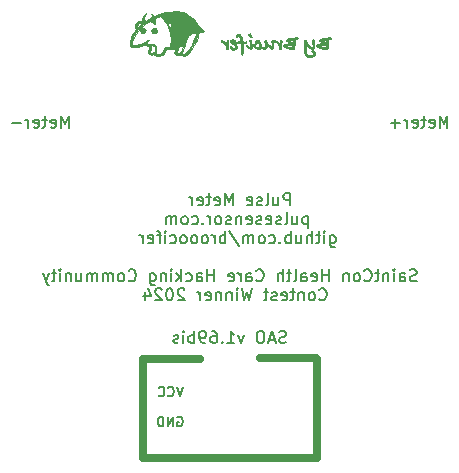
<source format=gbo>
%TF.GenerationSoftware,KiCad,Pcbnew,7.0.6-0*%
%TF.CreationDate,2024-10-01T16:48:44-06:00*%
%TF.ProjectId,HCHCPrizeBadge,48434843-5072-4697-9a65-42616467652e,rev?*%
%TF.SameCoordinates,Original*%
%TF.FileFunction,Legend,Bot*%
%TF.FilePolarity,Positive*%
%FSLAX46Y46*%
G04 Gerber Fmt 4.6, Leading zero omitted, Abs format (unit mm)*
G04 Created by KiCad (PCBNEW 7.0.6-0) date 2024-10-01 16:48:44*
%MOMM*%
%LPD*%
G01*
G04 APERTURE LIST*
%ADD10C,0.150000*%
%ADD11C,0.010000*%
%ADD12C,0.700000*%
G04 APERTURE END LIST*
D10*
X151109501Y-94689819D02*
X151109501Y-93689819D01*
X151109501Y-93689819D02*
X150728549Y-93689819D01*
X150728549Y-93689819D02*
X150633311Y-93737438D01*
X150633311Y-93737438D02*
X150585692Y-93785057D01*
X150585692Y-93785057D02*
X150538073Y-93880295D01*
X150538073Y-93880295D02*
X150538073Y-94023152D01*
X150538073Y-94023152D02*
X150585692Y-94118390D01*
X150585692Y-94118390D02*
X150633311Y-94166009D01*
X150633311Y-94166009D02*
X150728549Y-94213628D01*
X150728549Y-94213628D02*
X151109501Y-94213628D01*
X149680930Y-94023152D02*
X149680930Y-94689819D01*
X150109501Y-94023152D02*
X150109501Y-94546961D01*
X150109501Y-94546961D02*
X150061882Y-94642200D01*
X150061882Y-94642200D02*
X149966644Y-94689819D01*
X149966644Y-94689819D02*
X149823787Y-94689819D01*
X149823787Y-94689819D02*
X149728549Y-94642200D01*
X149728549Y-94642200D02*
X149680930Y-94594580D01*
X149061882Y-94689819D02*
X149157120Y-94642200D01*
X149157120Y-94642200D02*
X149204739Y-94546961D01*
X149204739Y-94546961D02*
X149204739Y-93689819D01*
X148728548Y-94642200D02*
X148633310Y-94689819D01*
X148633310Y-94689819D02*
X148442834Y-94689819D01*
X148442834Y-94689819D02*
X148347596Y-94642200D01*
X148347596Y-94642200D02*
X148299977Y-94546961D01*
X148299977Y-94546961D02*
X148299977Y-94499342D01*
X148299977Y-94499342D02*
X148347596Y-94404104D01*
X148347596Y-94404104D02*
X148442834Y-94356485D01*
X148442834Y-94356485D02*
X148585691Y-94356485D01*
X148585691Y-94356485D02*
X148680929Y-94308866D01*
X148680929Y-94308866D02*
X148728548Y-94213628D01*
X148728548Y-94213628D02*
X148728548Y-94166009D01*
X148728548Y-94166009D02*
X148680929Y-94070771D01*
X148680929Y-94070771D02*
X148585691Y-94023152D01*
X148585691Y-94023152D02*
X148442834Y-94023152D01*
X148442834Y-94023152D02*
X148347596Y-94070771D01*
X147490453Y-94642200D02*
X147585691Y-94689819D01*
X147585691Y-94689819D02*
X147776167Y-94689819D01*
X147776167Y-94689819D02*
X147871405Y-94642200D01*
X147871405Y-94642200D02*
X147919024Y-94546961D01*
X147919024Y-94546961D02*
X147919024Y-94166009D01*
X147919024Y-94166009D02*
X147871405Y-94070771D01*
X147871405Y-94070771D02*
X147776167Y-94023152D01*
X147776167Y-94023152D02*
X147585691Y-94023152D01*
X147585691Y-94023152D02*
X147490453Y-94070771D01*
X147490453Y-94070771D02*
X147442834Y-94166009D01*
X147442834Y-94166009D02*
X147442834Y-94261247D01*
X147442834Y-94261247D02*
X147919024Y-94356485D01*
X146252357Y-94689819D02*
X146252357Y-93689819D01*
X146252357Y-93689819D02*
X145919024Y-94404104D01*
X145919024Y-94404104D02*
X145585691Y-93689819D01*
X145585691Y-93689819D02*
X145585691Y-94689819D01*
X144728548Y-94642200D02*
X144823786Y-94689819D01*
X144823786Y-94689819D02*
X145014262Y-94689819D01*
X145014262Y-94689819D02*
X145109500Y-94642200D01*
X145109500Y-94642200D02*
X145157119Y-94546961D01*
X145157119Y-94546961D02*
X145157119Y-94166009D01*
X145157119Y-94166009D02*
X145109500Y-94070771D01*
X145109500Y-94070771D02*
X145014262Y-94023152D01*
X145014262Y-94023152D02*
X144823786Y-94023152D01*
X144823786Y-94023152D02*
X144728548Y-94070771D01*
X144728548Y-94070771D02*
X144680929Y-94166009D01*
X144680929Y-94166009D02*
X144680929Y-94261247D01*
X144680929Y-94261247D02*
X145157119Y-94356485D01*
X144395214Y-94023152D02*
X144014262Y-94023152D01*
X144252357Y-93689819D02*
X144252357Y-94546961D01*
X144252357Y-94546961D02*
X144204738Y-94642200D01*
X144204738Y-94642200D02*
X144109500Y-94689819D01*
X144109500Y-94689819D02*
X144014262Y-94689819D01*
X143299976Y-94642200D02*
X143395214Y-94689819D01*
X143395214Y-94689819D02*
X143585690Y-94689819D01*
X143585690Y-94689819D02*
X143680928Y-94642200D01*
X143680928Y-94642200D02*
X143728547Y-94546961D01*
X143728547Y-94546961D02*
X143728547Y-94166009D01*
X143728547Y-94166009D02*
X143680928Y-94070771D01*
X143680928Y-94070771D02*
X143585690Y-94023152D01*
X143585690Y-94023152D02*
X143395214Y-94023152D01*
X143395214Y-94023152D02*
X143299976Y-94070771D01*
X143299976Y-94070771D02*
X143252357Y-94166009D01*
X143252357Y-94166009D02*
X143252357Y-94261247D01*
X143252357Y-94261247D02*
X143728547Y-94356485D01*
X142823785Y-94689819D02*
X142823785Y-94023152D01*
X142823785Y-94213628D02*
X142776166Y-94118390D01*
X142776166Y-94118390D02*
X142728547Y-94070771D01*
X142728547Y-94070771D02*
X142633309Y-94023152D01*
X142633309Y-94023152D02*
X142538071Y-94023152D01*
X152633311Y-95633152D02*
X152633311Y-96633152D01*
X152633311Y-95680771D02*
X152538073Y-95633152D01*
X152538073Y-95633152D02*
X152347597Y-95633152D01*
X152347597Y-95633152D02*
X152252359Y-95680771D01*
X152252359Y-95680771D02*
X152204740Y-95728390D01*
X152204740Y-95728390D02*
X152157121Y-95823628D01*
X152157121Y-95823628D02*
X152157121Y-96109342D01*
X152157121Y-96109342D02*
X152204740Y-96204580D01*
X152204740Y-96204580D02*
X152252359Y-96252200D01*
X152252359Y-96252200D02*
X152347597Y-96299819D01*
X152347597Y-96299819D02*
X152538073Y-96299819D01*
X152538073Y-96299819D02*
X152633311Y-96252200D01*
X151299978Y-95633152D02*
X151299978Y-96299819D01*
X151728549Y-95633152D02*
X151728549Y-96156961D01*
X151728549Y-96156961D02*
X151680930Y-96252200D01*
X151680930Y-96252200D02*
X151585692Y-96299819D01*
X151585692Y-96299819D02*
X151442835Y-96299819D01*
X151442835Y-96299819D02*
X151347597Y-96252200D01*
X151347597Y-96252200D02*
X151299978Y-96204580D01*
X150680930Y-96299819D02*
X150776168Y-96252200D01*
X150776168Y-96252200D02*
X150823787Y-96156961D01*
X150823787Y-96156961D02*
X150823787Y-95299819D01*
X150347596Y-96252200D02*
X150252358Y-96299819D01*
X150252358Y-96299819D02*
X150061882Y-96299819D01*
X150061882Y-96299819D02*
X149966644Y-96252200D01*
X149966644Y-96252200D02*
X149919025Y-96156961D01*
X149919025Y-96156961D02*
X149919025Y-96109342D01*
X149919025Y-96109342D02*
X149966644Y-96014104D01*
X149966644Y-96014104D02*
X150061882Y-95966485D01*
X150061882Y-95966485D02*
X150204739Y-95966485D01*
X150204739Y-95966485D02*
X150299977Y-95918866D01*
X150299977Y-95918866D02*
X150347596Y-95823628D01*
X150347596Y-95823628D02*
X150347596Y-95776009D01*
X150347596Y-95776009D02*
X150299977Y-95680771D01*
X150299977Y-95680771D02*
X150204739Y-95633152D01*
X150204739Y-95633152D02*
X150061882Y-95633152D01*
X150061882Y-95633152D02*
X149966644Y-95680771D01*
X149109501Y-96252200D02*
X149204739Y-96299819D01*
X149204739Y-96299819D02*
X149395215Y-96299819D01*
X149395215Y-96299819D02*
X149490453Y-96252200D01*
X149490453Y-96252200D02*
X149538072Y-96156961D01*
X149538072Y-96156961D02*
X149538072Y-95776009D01*
X149538072Y-95776009D02*
X149490453Y-95680771D01*
X149490453Y-95680771D02*
X149395215Y-95633152D01*
X149395215Y-95633152D02*
X149204739Y-95633152D01*
X149204739Y-95633152D02*
X149109501Y-95680771D01*
X149109501Y-95680771D02*
X149061882Y-95776009D01*
X149061882Y-95776009D02*
X149061882Y-95871247D01*
X149061882Y-95871247D02*
X149538072Y-95966485D01*
X148680929Y-96252200D02*
X148585691Y-96299819D01*
X148585691Y-96299819D02*
X148395215Y-96299819D01*
X148395215Y-96299819D02*
X148299977Y-96252200D01*
X148299977Y-96252200D02*
X148252358Y-96156961D01*
X148252358Y-96156961D02*
X148252358Y-96109342D01*
X148252358Y-96109342D02*
X148299977Y-96014104D01*
X148299977Y-96014104D02*
X148395215Y-95966485D01*
X148395215Y-95966485D02*
X148538072Y-95966485D01*
X148538072Y-95966485D02*
X148633310Y-95918866D01*
X148633310Y-95918866D02*
X148680929Y-95823628D01*
X148680929Y-95823628D02*
X148680929Y-95776009D01*
X148680929Y-95776009D02*
X148633310Y-95680771D01*
X148633310Y-95680771D02*
X148538072Y-95633152D01*
X148538072Y-95633152D02*
X148395215Y-95633152D01*
X148395215Y-95633152D02*
X148299977Y-95680771D01*
X147442834Y-96252200D02*
X147538072Y-96299819D01*
X147538072Y-96299819D02*
X147728548Y-96299819D01*
X147728548Y-96299819D02*
X147823786Y-96252200D01*
X147823786Y-96252200D02*
X147871405Y-96156961D01*
X147871405Y-96156961D02*
X147871405Y-95776009D01*
X147871405Y-95776009D02*
X147823786Y-95680771D01*
X147823786Y-95680771D02*
X147728548Y-95633152D01*
X147728548Y-95633152D02*
X147538072Y-95633152D01*
X147538072Y-95633152D02*
X147442834Y-95680771D01*
X147442834Y-95680771D02*
X147395215Y-95776009D01*
X147395215Y-95776009D02*
X147395215Y-95871247D01*
X147395215Y-95871247D02*
X147871405Y-95966485D01*
X146966643Y-95633152D02*
X146966643Y-96299819D01*
X146966643Y-95728390D02*
X146919024Y-95680771D01*
X146919024Y-95680771D02*
X146823786Y-95633152D01*
X146823786Y-95633152D02*
X146680929Y-95633152D01*
X146680929Y-95633152D02*
X146585691Y-95680771D01*
X146585691Y-95680771D02*
X146538072Y-95776009D01*
X146538072Y-95776009D02*
X146538072Y-96299819D01*
X146109500Y-96252200D02*
X146014262Y-96299819D01*
X146014262Y-96299819D02*
X145823786Y-96299819D01*
X145823786Y-96299819D02*
X145728548Y-96252200D01*
X145728548Y-96252200D02*
X145680929Y-96156961D01*
X145680929Y-96156961D02*
X145680929Y-96109342D01*
X145680929Y-96109342D02*
X145728548Y-96014104D01*
X145728548Y-96014104D02*
X145823786Y-95966485D01*
X145823786Y-95966485D02*
X145966643Y-95966485D01*
X145966643Y-95966485D02*
X146061881Y-95918866D01*
X146061881Y-95918866D02*
X146109500Y-95823628D01*
X146109500Y-95823628D02*
X146109500Y-95776009D01*
X146109500Y-95776009D02*
X146061881Y-95680771D01*
X146061881Y-95680771D02*
X145966643Y-95633152D01*
X145966643Y-95633152D02*
X145823786Y-95633152D01*
X145823786Y-95633152D02*
X145728548Y-95680771D01*
X145109500Y-96299819D02*
X145204738Y-96252200D01*
X145204738Y-96252200D02*
X145252357Y-96204580D01*
X145252357Y-96204580D02*
X145299976Y-96109342D01*
X145299976Y-96109342D02*
X145299976Y-95823628D01*
X145299976Y-95823628D02*
X145252357Y-95728390D01*
X145252357Y-95728390D02*
X145204738Y-95680771D01*
X145204738Y-95680771D02*
X145109500Y-95633152D01*
X145109500Y-95633152D02*
X144966643Y-95633152D01*
X144966643Y-95633152D02*
X144871405Y-95680771D01*
X144871405Y-95680771D02*
X144823786Y-95728390D01*
X144823786Y-95728390D02*
X144776167Y-95823628D01*
X144776167Y-95823628D02*
X144776167Y-96109342D01*
X144776167Y-96109342D02*
X144823786Y-96204580D01*
X144823786Y-96204580D02*
X144871405Y-96252200D01*
X144871405Y-96252200D02*
X144966643Y-96299819D01*
X144966643Y-96299819D02*
X145109500Y-96299819D01*
X144347595Y-96299819D02*
X144347595Y-95633152D01*
X144347595Y-95823628D02*
X144299976Y-95728390D01*
X144299976Y-95728390D02*
X144252357Y-95680771D01*
X144252357Y-95680771D02*
X144157119Y-95633152D01*
X144157119Y-95633152D02*
X144061881Y-95633152D01*
X143728547Y-96204580D02*
X143680928Y-96252200D01*
X143680928Y-96252200D02*
X143728547Y-96299819D01*
X143728547Y-96299819D02*
X143776166Y-96252200D01*
X143776166Y-96252200D02*
X143728547Y-96204580D01*
X143728547Y-96204580D02*
X143728547Y-96299819D01*
X142823786Y-96252200D02*
X142919024Y-96299819D01*
X142919024Y-96299819D02*
X143109500Y-96299819D01*
X143109500Y-96299819D02*
X143204738Y-96252200D01*
X143204738Y-96252200D02*
X143252357Y-96204580D01*
X143252357Y-96204580D02*
X143299976Y-96109342D01*
X143299976Y-96109342D02*
X143299976Y-95823628D01*
X143299976Y-95823628D02*
X143252357Y-95728390D01*
X143252357Y-95728390D02*
X143204738Y-95680771D01*
X143204738Y-95680771D02*
X143109500Y-95633152D01*
X143109500Y-95633152D02*
X142919024Y-95633152D01*
X142919024Y-95633152D02*
X142823786Y-95680771D01*
X142252357Y-96299819D02*
X142347595Y-96252200D01*
X142347595Y-96252200D02*
X142395214Y-96204580D01*
X142395214Y-96204580D02*
X142442833Y-96109342D01*
X142442833Y-96109342D02*
X142442833Y-95823628D01*
X142442833Y-95823628D02*
X142395214Y-95728390D01*
X142395214Y-95728390D02*
X142347595Y-95680771D01*
X142347595Y-95680771D02*
X142252357Y-95633152D01*
X142252357Y-95633152D02*
X142109500Y-95633152D01*
X142109500Y-95633152D02*
X142014262Y-95680771D01*
X142014262Y-95680771D02*
X141966643Y-95728390D01*
X141966643Y-95728390D02*
X141919024Y-95823628D01*
X141919024Y-95823628D02*
X141919024Y-96109342D01*
X141919024Y-96109342D02*
X141966643Y-96204580D01*
X141966643Y-96204580D02*
X142014262Y-96252200D01*
X142014262Y-96252200D02*
X142109500Y-96299819D01*
X142109500Y-96299819D02*
X142252357Y-96299819D01*
X141490452Y-96299819D02*
X141490452Y-95633152D01*
X141490452Y-95728390D02*
X141442833Y-95680771D01*
X141442833Y-95680771D02*
X141347595Y-95633152D01*
X141347595Y-95633152D02*
X141204738Y-95633152D01*
X141204738Y-95633152D02*
X141109500Y-95680771D01*
X141109500Y-95680771D02*
X141061881Y-95776009D01*
X141061881Y-95776009D02*
X141061881Y-96299819D01*
X141061881Y-95776009D02*
X141014262Y-95680771D01*
X141014262Y-95680771D02*
X140919024Y-95633152D01*
X140919024Y-95633152D02*
X140776167Y-95633152D01*
X140776167Y-95633152D02*
X140680928Y-95680771D01*
X140680928Y-95680771D02*
X140633309Y-95776009D01*
X140633309Y-95776009D02*
X140633309Y-96299819D01*
X154490455Y-97243152D02*
X154490455Y-98052676D01*
X154490455Y-98052676D02*
X154538074Y-98147914D01*
X154538074Y-98147914D02*
X154585693Y-98195533D01*
X154585693Y-98195533D02*
X154680931Y-98243152D01*
X154680931Y-98243152D02*
X154823788Y-98243152D01*
X154823788Y-98243152D02*
X154919026Y-98195533D01*
X154490455Y-97862200D02*
X154585693Y-97909819D01*
X154585693Y-97909819D02*
X154776169Y-97909819D01*
X154776169Y-97909819D02*
X154871407Y-97862200D01*
X154871407Y-97862200D02*
X154919026Y-97814580D01*
X154919026Y-97814580D02*
X154966645Y-97719342D01*
X154966645Y-97719342D02*
X154966645Y-97433628D01*
X154966645Y-97433628D02*
X154919026Y-97338390D01*
X154919026Y-97338390D02*
X154871407Y-97290771D01*
X154871407Y-97290771D02*
X154776169Y-97243152D01*
X154776169Y-97243152D02*
X154585693Y-97243152D01*
X154585693Y-97243152D02*
X154490455Y-97290771D01*
X154014264Y-97909819D02*
X154014264Y-97243152D01*
X154014264Y-96909819D02*
X154061883Y-96957438D01*
X154061883Y-96957438D02*
X154014264Y-97005057D01*
X154014264Y-97005057D02*
X153966645Y-96957438D01*
X153966645Y-96957438D02*
X154014264Y-96909819D01*
X154014264Y-96909819D02*
X154014264Y-97005057D01*
X153680931Y-97243152D02*
X153299979Y-97243152D01*
X153538074Y-96909819D02*
X153538074Y-97766961D01*
X153538074Y-97766961D02*
X153490455Y-97862200D01*
X153490455Y-97862200D02*
X153395217Y-97909819D01*
X153395217Y-97909819D02*
X153299979Y-97909819D01*
X152966645Y-97909819D02*
X152966645Y-96909819D01*
X152538074Y-97909819D02*
X152538074Y-97386009D01*
X152538074Y-97386009D02*
X152585693Y-97290771D01*
X152585693Y-97290771D02*
X152680931Y-97243152D01*
X152680931Y-97243152D02*
X152823788Y-97243152D01*
X152823788Y-97243152D02*
X152919026Y-97290771D01*
X152919026Y-97290771D02*
X152966645Y-97338390D01*
X151633312Y-97243152D02*
X151633312Y-97909819D01*
X152061883Y-97243152D02*
X152061883Y-97766961D01*
X152061883Y-97766961D02*
X152014264Y-97862200D01*
X152014264Y-97862200D02*
X151919026Y-97909819D01*
X151919026Y-97909819D02*
X151776169Y-97909819D01*
X151776169Y-97909819D02*
X151680931Y-97862200D01*
X151680931Y-97862200D02*
X151633312Y-97814580D01*
X151157121Y-97909819D02*
X151157121Y-96909819D01*
X151157121Y-97290771D02*
X151061883Y-97243152D01*
X151061883Y-97243152D02*
X150871407Y-97243152D01*
X150871407Y-97243152D02*
X150776169Y-97290771D01*
X150776169Y-97290771D02*
X150728550Y-97338390D01*
X150728550Y-97338390D02*
X150680931Y-97433628D01*
X150680931Y-97433628D02*
X150680931Y-97719342D01*
X150680931Y-97719342D02*
X150728550Y-97814580D01*
X150728550Y-97814580D02*
X150776169Y-97862200D01*
X150776169Y-97862200D02*
X150871407Y-97909819D01*
X150871407Y-97909819D02*
X151061883Y-97909819D01*
X151061883Y-97909819D02*
X151157121Y-97862200D01*
X150252359Y-97814580D02*
X150204740Y-97862200D01*
X150204740Y-97862200D02*
X150252359Y-97909819D01*
X150252359Y-97909819D02*
X150299978Y-97862200D01*
X150299978Y-97862200D02*
X150252359Y-97814580D01*
X150252359Y-97814580D02*
X150252359Y-97909819D01*
X149347598Y-97862200D02*
X149442836Y-97909819D01*
X149442836Y-97909819D02*
X149633312Y-97909819D01*
X149633312Y-97909819D02*
X149728550Y-97862200D01*
X149728550Y-97862200D02*
X149776169Y-97814580D01*
X149776169Y-97814580D02*
X149823788Y-97719342D01*
X149823788Y-97719342D02*
X149823788Y-97433628D01*
X149823788Y-97433628D02*
X149776169Y-97338390D01*
X149776169Y-97338390D02*
X149728550Y-97290771D01*
X149728550Y-97290771D02*
X149633312Y-97243152D01*
X149633312Y-97243152D02*
X149442836Y-97243152D01*
X149442836Y-97243152D02*
X149347598Y-97290771D01*
X148776169Y-97909819D02*
X148871407Y-97862200D01*
X148871407Y-97862200D02*
X148919026Y-97814580D01*
X148919026Y-97814580D02*
X148966645Y-97719342D01*
X148966645Y-97719342D02*
X148966645Y-97433628D01*
X148966645Y-97433628D02*
X148919026Y-97338390D01*
X148919026Y-97338390D02*
X148871407Y-97290771D01*
X148871407Y-97290771D02*
X148776169Y-97243152D01*
X148776169Y-97243152D02*
X148633312Y-97243152D01*
X148633312Y-97243152D02*
X148538074Y-97290771D01*
X148538074Y-97290771D02*
X148490455Y-97338390D01*
X148490455Y-97338390D02*
X148442836Y-97433628D01*
X148442836Y-97433628D02*
X148442836Y-97719342D01*
X148442836Y-97719342D02*
X148490455Y-97814580D01*
X148490455Y-97814580D02*
X148538074Y-97862200D01*
X148538074Y-97862200D02*
X148633312Y-97909819D01*
X148633312Y-97909819D02*
X148776169Y-97909819D01*
X148014264Y-97909819D02*
X148014264Y-97243152D01*
X148014264Y-97338390D02*
X147966645Y-97290771D01*
X147966645Y-97290771D02*
X147871407Y-97243152D01*
X147871407Y-97243152D02*
X147728550Y-97243152D01*
X147728550Y-97243152D02*
X147633312Y-97290771D01*
X147633312Y-97290771D02*
X147585693Y-97386009D01*
X147585693Y-97386009D02*
X147585693Y-97909819D01*
X147585693Y-97386009D02*
X147538074Y-97290771D01*
X147538074Y-97290771D02*
X147442836Y-97243152D01*
X147442836Y-97243152D02*
X147299979Y-97243152D01*
X147299979Y-97243152D02*
X147204740Y-97290771D01*
X147204740Y-97290771D02*
X147157121Y-97386009D01*
X147157121Y-97386009D02*
X147157121Y-97909819D01*
X145966646Y-96862200D02*
X146823788Y-98147914D01*
X145633312Y-97909819D02*
X145633312Y-96909819D01*
X145633312Y-97290771D02*
X145538074Y-97243152D01*
X145538074Y-97243152D02*
X145347598Y-97243152D01*
X145347598Y-97243152D02*
X145252360Y-97290771D01*
X145252360Y-97290771D02*
X145204741Y-97338390D01*
X145204741Y-97338390D02*
X145157122Y-97433628D01*
X145157122Y-97433628D02*
X145157122Y-97719342D01*
X145157122Y-97719342D02*
X145204741Y-97814580D01*
X145204741Y-97814580D02*
X145252360Y-97862200D01*
X145252360Y-97862200D02*
X145347598Y-97909819D01*
X145347598Y-97909819D02*
X145538074Y-97909819D01*
X145538074Y-97909819D02*
X145633312Y-97862200D01*
X144728550Y-97909819D02*
X144728550Y-97243152D01*
X144728550Y-97433628D02*
X144680931Y-97338390D01*
X144680931Y-97338390D02*
X144633312Y-97290771D01*
X144633312Y-97290771D02*
X144538074Y-97243152D01*
X144538074Y-97243152D02*
X144442836Y-97243152D01*
X143966645Y-97909819D02*
X144061883Y-97862200D01*
X144061883Y-97862200D02*
X144109502Y-97814580D01*
X144109502Y-97814580D02*
X144157121Y-97719342D01*
X144157121Y-97719342D02*
X144157121Y-97433628D01*
X144157121Y-97433628D02*
X144109502Y-97338390D01*
X144109502Y-97338390D02*
X144061883Y-97290771D01*
X144061883Y-97290771D02*
X143966645Y-97243152D01*
X143966645Y-97243152D02*
X143823788Y-97243152D01*
X143823788Y-97243152D02*
X143728550Y-97290771D01*
X143728550Y-97290771D02*
X143680931Y-97338390D01*
X143680931Y-97338390D02*
X143633312Y-97433628D01*
X143633312Y-97433628D02*
X143633312Y-97719342D01*
X143633312Y-97719342D02*
X143680931Y-97814580D01*
X143680931Y-97814580D02*
X143728550Y-97862200D01*
X143728550Y-97862200D02*
X143823788Y-97909819D01*
X143823788Y-97909819D02*
X143966645Y-97909819D01*
X143061883Y-97909819D02*
X143157121Y-97862200D01*
X143157121Y-97862200D02*
X143204740Y-97814580D01*
X143204740Y-97814580D02*
X143252359Y-97719342D01*
X143252359Y-97719342D02*
X143252359Y-97433628D01*
X143252359Y-97433628D02*
X143204740Y-97338390D01*
X143204740Y-97338390D02*
X143157121Y-97290771D01*
X143157121Y-97290771D02*
X143061883Y-97243152D01*
X143061883Y-97243152D02*
X142919026Y-97243152D01*
X142919026Y-97243152D02*
X142823788Y-97290771D01*
X142823788Y-97290771D02*
X142776169Y-97338390D01*
X142776169Y-97338390D02*
X142728550Y-97433628D01*
X142728550Y-97433628D02*
X142728550Y-97719342D01*
X142728550Y-97719342D02*
X142776169Y-97814580D01*
X142776169Y-97814580D02*
X142823788Y-97862200D01*
X142823788Y-97862200D02*
X142919026Y-97909819D01*
X142919026Y-97909819D02*
X143061883Y-97909819D01*
X142157121Y-97909819D02*
X142252359Y-97862200D01*
X142252359Y-97862200D02*
X142299978Y-97814580D01*
X142299978Y-97814580D02*
X142347597Y-97719342D01*
X142347597Y-97719342D02*
X142347597Y-97433628D01*
X142347597Y-97433628D02*
X142299978Y-97338390D01*
X142299978Y-97338390D02*
X142252359Y-97290771D01*
X142252359Y-97290771D02*
X142157121Y-97243152D01*
X142157121Y-97243152D02*
X142014264Y-97243152D01*
X142014264Y-97243152D02*
X141919026Y-97290771D01*
X141919026Y-97290771D02*
X141871407Y-97338390D01*
X141871407Y-97338390D02*
X141823788Y-97433628D01*
X141823788Y-97433628D02*
X141823788Y-97719342D01*
X141823788Y-97719342D02*
X141871407Y-97814580D01*
X141871407Y-97814580D02*
X141919026Y-97862200D01*
X141919026Y-97862200D02*
X142014264Y-97909819D01*
X142014264Y-97909819D02*
X142157121Y-97909819D01*
X140966645Y-97862200D02*
X141061883Y-97909819D01*
X141061883Y-97909819D02*
X141252359Y-97909819D01*
X141252359Y-97909819D02*
X141347597Y-97862200D01*
X141347597Y-97862200D02*
X141395216Y-97814580D01*
X141395216Y-97814580D02*
X141442835Y-97719342D01*
X141442835Y-97719342D02*
X141442835Y-97433628D01*
X141442835Y-97433628D02*
X141395216Y-97338390D01*
X141395216Y-97338390D02*
X141347597Y-97290771D01*
X141347597Y-97290771D02*
X141252359Y-97243152D01*
X141252359Y-97243152D02*
X141061883Y-97243152D01*
X141061883Y-97243152D02*
X140966645Y-97290771D01*
X140538073Y-97909819D02*
X140538073Y-97243152D01*
X140538073Y-96909819D02*
X140585692Y-96957438D01*
X140585692Y-96957438D02*
X140538073Y-97005057D01*
X140538073Y-97005057D02*
X140490454Y-96957438D01*
X140490454Y-96957438D02*
X140538073Y-96909819D01*
X140538073Y-96909819D02*
X140538073Y-97005057D01*
X140204740Y-97243152D02*
X139823788Y-97243152D01*
X140061883Y-97909819D02*
X140061883Y-97052676D01*
X140061883Y-97052676D02*
X140014264Y-96957438D01*
X140014264Y-96957438D02*
X139919026Y-96909819D01*
X139919026Y-96909819D02*
X139823788Y-96909819D01*
X139109502Y-97862200D02*
X139204740Y-97909819D01*
X139204740Y-97909819D02*
X139395216Y-97909819D01*
X139395216Y-97909819D02*
X139490454Y-97862200D01*
X139490454Y-97862200D02*
X139538073Y-97766961D01*
X139538073Y-97766961D02*
X139538073Y-97386009D01*
X139538073Y-97386009D02*
X139490454Y-97290771D01*
X139490454Y-97290771D02*
X139395216Y-97243152D01*
X139395216Y-97243152D02*
X139204740Y-97243152D01*
X139204740Y-97243152D02*
X139109502Y-97290771D01*
X139109502Y-97290771D02*
X139061883Y-97386009D01*
X139061883Y-97386009D02*
X139061883Y-97481247D01*
X139061883Y-97481247D02*
X139538073Y-97576485D01*
X138633311Y-97909819D02*
X138633311Y-97243152D01*
X138633311Y-97433628D02*
X138585692Y-97338390D01*
X138585692Y-97338390D02*
X138538073Y-97290771D01*
X138538073Y-97290771D02*
X138442835Y-97243152D01*
X138442835Y-97243152D02*
X138347597Y-97243152D01*
X161823790Y-101082200D02*
X161680933Y-101129819D01*
X161680933Y-101129819D02*
X161442838Y-101129819D01*
X161442838Y-101129819D02*
X161347600Y-101082200D01*
X161347600Y-101082200D02*
X161299981Y-101034580D01*
X161299981Y-101034580D02*
X161252362Y-100939342D01*
X161252362Y-100939342D02*
X161252362Y-100844104D01*
X161252362Y-100844104D02*
X161299981Y-100748866D01*
X161299981Y-100748866D02*
X161347600Y-100701247D01*
X161347600Y-100701247D02*
X161442838Y-100653628D01*
X161442838Y-100653628D02*
X161633314Y-100606009D01*
X161633314Y-100606009D02*
X161728552Y-100558390D01*
X161728552Y-100558390D02*
X161776171Y-100510771D01*
X161776171Y-100510771D02*
X161823790Y-100415533D01*
X161823790Y-100415533D02*
X161823790Y-100320295D01*
X161823790Y-100320295D02*
X161776171Y-100225057D01*
X161776171Y-100225057D02*
X161728552Y-100177438D01*
X161728552Y-100177438D02*
X161633314Y-100129819D01*
X161633314Y-100129819D02*
X161395219Y-100129819D01*
X161395219Y-100129819D02*
X161252362Y-100177438D01*
X160395219Y-101129819D02*
X160395219Y-100606009D01*
X160395219Y-100606009D02*
X160442838Y-100510771D01*
X160442838Y-100510771D02*
X160538076Y-100463152D01*
X160538076Y-100463152D02*
X160728552Y-100463152D01*
X160728552Y-100463152D02*
X160823790Y-100510771D01*
X160395219Y-101082200D02*
X160490457Y-101129819D01*
X160490457Y-101129819D02*
X160728552Y-101129819D01*
X160728552Y-101129819D02*
X160823790Y-101082200D01*
X160823790Y-101082200D02*
X160871409Y-100986961D01*
X160871409Y-100986961D02*
X160871409Y-100891723D01*
X160871409Y-100891723D02*
X160823790Y-100796485D01*
X160823790Y-100796485D02*
X160728552Y-100748866D01*
X160728552Y-100748866D02*
X160490457Y-100748866D01*
X160490457Y-100748866D02*
X160395219Y-100701247D01*
X159919028Y-101129819D02*
X159919028Y-100463152D01*
X159919028Y-100129819D02*
X159966647Y-100177438D01*
X159966647Y-100177438D02*
X159919028Y-100225057D01*
X159919028Y-100225057D02*
X159871409Y-100177438D01*
X159871409Y-100177438D02*
X159919028Y-100129819D01*
X159919028Y-100129819D02*
X159919028Y-100225057D01*
X159442838Y-100463152D02*
X159442838Y-101129819D01*
X159442838Y-100558390D02*
X159395219Y-100510771D01*
X159395219Y-100510771D02*
X159299981Y-100463152D01*
X159299981Y-100463152D02*
X159157124Y-100463152D01*
X159157124Y-100463152D02*
X159061886Y-100510771D01*
X159061886Y-100510771D02*
X159014267Y-100606009D01*
X159014267Y-100606009D02*
X159014267Y-101129819D01*
X158680933Y-100463152D02*
X158299981Y-100463152D01*
X158538076Y-100129819D02*
X158538076Y-100986961D01*
X158538076Y-100986961D02*
X158490457Y-101082200D01*
X158490457Y-101082200D02*
X158395219Y-101129819D01*
X158395219Y-101129819D02*
X158299981Y-101129819D01*
X157395219Y-101034580D02*
X157442838Y-101082200D01*
X157442838Y-101082200D02*
X157585695Y-101129819D01*
X157585695Y-101129819D02*
X157680933Y-101129819D01*
X157680933Y-101129819D02*
X157823790Y-101082200D01*
X157823790Y-101082200D02*
X157919028Y-100986961D01*
X157919028Y-100986961D02*
X157966647Y-100891723D01*
X157966647Y-100891723D02*
X158014266Y-100701247D01*
X158014266Y-100701247D02*
X158014266Y-100558390D01*
X158014266Y-100558390D02*
X157966647Y-100367914D01*
X157966647Y-100367914D02*
X157919028Y-100272676D01*
X157919028Y-100272676D02*
X157823790Y-100177438D01*
X157823790Y-100177438D02*
X157680933Y-100129819D01*
X157680933Y-100129819D02*
X157585695Y-100129819D01*
X157585695Y-100129819D02*
X157442838Y-100177438D01*
X157442838Y-100177438D02*
X157395219Y-100225057D01*
X156823790Y-101129819D02*
X156919028Y-101082200D01*
X156919028Y-101082200D02*
X156966647Y-101034580D01*
X156966647Y-101034580D02*
X157014266Y-100939342D01*
X157014266Y-100939342D02*
X157014266Y-100653628D01*
X157014266Y-100653628D02*
X156966647Y-100558390D01*
X156966647Y-100558390D02*
X156919028Y-100510771D01*
X156919028Y-100510771D02*
X156823790Y-100463152D01*
X156823790Y-100463152D02*
X156680933Y-100463152D01*
X156680933Y-100463152D02*
X156585695Y-100510771D01*
X156585695Y-100510771D02*
X156538076Y-100558390D01*
X156538076Y-100558390D02*
X156490457Y-100653628D01*
X156490457Y-100653628D02*
X156490457Y-100939342D01*
X156490457Y-100939342D02*
X156538076Y-101034580D01*
X156538076Y-101034580D02*
X156585695Y-101082200D01*
X156585695Y-101082200D02*
X156680933Y-101129819D01*
X156680933Y-101129819D02*
X156823790Y-101129819D01*
X156061885Y-100463152D02*
X156061885Y-101129819D01*
X156061885Y-100558390D02*
X156014266Y-100510771D01*
X156014266Y-100510771D02*
X155919028Y-100463152D01*
X155919028Y-100463152D02*
X155776171Y-100463152D01*
X155776171Y-100463152D02*
X155680933Y-100510771D01*
X155680933Y-100510771D02*
X155633314Y-100606009D01*
X155633314Y-100606009D02*
X155633314Y-101129819D01*
X154395218Y-101129819D02*
X154395218Y-100129819D01*
X154395218Y-100606009D02*
X153823790Y-100606009D01*
X153823790Y-101129819D02*
X153823790Y-100129819D01*
X152966647Y-101082200D02*
X153061885Y-101129819D01*
X153061885Y-101129819D02*
X153252361Y-101129819D01*
X153252361Y-101129819D02*
X153347599Y-101082200D01*
X153347599Y-101082200D02*
X153395218Y-100986961D01*
X153395218Y-100986961D02*
X153395218Y-100606009D01*
X153395218Y-100606009D02*
X153347599Y-100510771D01*
X153347599Y-100510771D02*
X153252361Y-100463152D01*
X153252361Y-100463152D02*
X153061885Y-100463152D01*
X153061885Y-100463152D02*
X152966647Y-100510771D01*
X152966647Y-100510771D02*
X152919028Y-100606009D01*
X152919028Y-100606009D02*
X152919028Y-100701247D01*
X152919028Y-100701247D02*
X153395218Y-100796485D01*
X152061885Y-101129819D02*
X152061885Y-100606009D01*
X152061885Y-100606009D02*
X152109504Y-100510771D01*
X152109504Y-100510771D02*
X152204742Y-100463152D01*
X152204742Y-100463152D02*
X152395218Y-100463152D01*
X152395218Y-100463152D02*
X152490456Y-100510771D01*
X152061885Y-101082200D02*
X152157123Y-101129819D01*
X152157123Y-101129819D02*
X152395218Y-101129819D01*
X152395218Y-101129819D02*
X152490456Y-101082200D01*
X152490456Y-101082200D02*
X152538075Y-100986961D01*
X152538075Y-100986961D02*
X152538075Y-100891723D01*
X152538075Y-100891723D02*
X152490456Y-100796485D01*
X152490456Y-100796485D02*
X152395218Y-100748866D01*
X152395218Y-100748866D02*
X152157123Y-100748866D01*
X152157123Y-100748866D02*
X152061885Y-100701247D01*
X151442837Y-101129819D02*
X151538075Y-101082200D01*
X151538075Y-101082200D02*
X151585694Y-100986961D01*
X151585694Y-100986961D02*
X151585694Y-100129819D01*
X151204741Y-100463152D02*
X150823789Y-100463152D01*
X151061884Y-100129819D02*
X151061884Y-100986961D01*
X151061884Y-100986961D02*
X151014265Y-101082200D01*
X151014265Y-101082200D02*
X150919027Y-101129819D01*
X150919027Y-101129819D02*
X150823789Y-101129819D01*
X150490455Y-101129819D02*
X150490455Y-100129819D01*
X150061884Y-101129819D02*
X150061884Y-100606009D01*
X150061884Y-100606009D02*
X150109503Y-100510771D01*
X150109503Y-100510771D02*
X150204741Y-100463152D01*
X150204741Y-100463152D02*
X150347598Y-100463152D01*
X150347598Y-100463152D02*
X150442836Y-100510771D01*
X150442836Y-100510771D02*
X150490455Y-100558390D01*
X148252360Y-101034580D02*
X148299979Y-101082200D01*
X148299979Y-101082200D02*
X148442836Y-101129819D01*
X148442836Y-101129819D02*
X148538074Y-101129819D01*
X148538074Y-101129819D02*
X148680931Y-101082200D01*
X148680931Y-101082200D02*
X148776169Y-100986961D01*
X148776169Y-100986961D02*
X148823788Y-100891723D01*
X148823788Y-100891723D02*
X148871407Y-100701247D01*
X148871407Y-100701247D02*
X148871407Y-100558390D01*
X148871407Y-100558390D02*
X148823788Y-100367914D01*
X148823788Y-100367914D02*
X148776169Y-100272676D01*
X148776169Y-100272676D02*
X148680931Y-100177438D01*
X148680931Y-100177438D02*
X148538074Y-100129819D01*
X148538074Y-100129819D02*
X148442836Y-100129819D01*
X148442836Y-100129819D02*
X148299979Y-100177438D01*
X148299979Y-100177438D02*
X148252360Y-100225057D01*
X147395217Y-101129819D02*
X147395217Y-100606009D01*
X147395217Y-100606009D02*
X147442836Y-100510771D01*
X147442836Y-100510771D02*
X147538074Y-100463152D01*
X147538074Y-100463152D02*
X147728550Y-100463152D01*
X147728550Y-100463152D02*
X147823788Y-100510771D01*
X147395217Y-101082200D02*
X147490455Y-101129819D01*
X147490455Y-101129819D02*
X147728550Y-101129819D01*
X147728550Y-101129819D02*
X147823788Y-101082200D01*
X147823788Y-101082200D02*
X147871407Y-100986961D01*
X147871407Y-100986961D02*
X147871407Y-100891723D01*
X147871407Y-100891723D02*
X147823788Y-100796485D01*
X147823788Y-100796485D02*
X147728550Y-100748866D01*
X147728550Y-100748866D02*
X147490455Y-100748866D01*
X147490455Y-100748866D02*
X147395217Y-100701247D01*
X146919026Y-101129819D02*
X146919026Y-100463152D01*
X146919026Y-100653628D02*
X146871407Y-100558390D01*
X146871407Y-100558390D02*
X146823788Y-100510771D01*
X146823788Y-100510771D02*
X146728550Y-100463152D01*
X146728550Y-100463152D02*
X146633312Y-100463152D01*
X145919026Y-101082200D02*
X146014264Y-101129819D01*
X146014264Y-101129819D02*
X146204740Y-101129819D01*
X146204740Y-101129819D02*
X146299978Y-101082200D01*
X146299978Y-101082200D02*
X146347597Y-100986961D01*
X146347597Y-100986961D02*
X146347597Y-100606009D01*
X146347597Y-100606009D02*
X146299978Y-100510771D01*
X146299978Y-100510771D02*
X146204740Y-100463152D01*
X146204740Y-100463152D02*
X146014264Y-100463152D01*
X146014264Y-100463152D02*
X145919026Y-100510771D01*
X145919026Y-100510771D02*
X145871407Y-100606009D01*
X145871407Y-100606009D02*
X145871407Y-100701247D01*
X145871407Y-100701247D02*
X146347597Y-100796485D01*
X144680930Y-101129819D02*
X144680930Y-100129819D01*
X144680930Y-100606009D02*
X144109502Y-100606009D01*
X144109502Y-101129819D02*
X144109502Y-100129819D01*
X143204740Y-101129819D02*
X143204740Y-100606009D01*
X143204740Y-100606009D02*
X143252359Y-100510771D01*
X143252359Y-100510771D02*
X143347597Y-100463152D01*
X143347597Y-100463152D02*
X143538073Y-100463152D01*
X143538073Y-100463152D02*
X143633311Y-100510771D01*
X143204740Y-101082200D02*
X143299978Y-101129819D01*
X143299978Y-101129819D02*
X143538073Y-101129819D01*
X143538073Y-101129819D02*
X143633311Y-101082200D01*
X143633311Y-101082200D02*
X143680930Y-100986961D01*
X143680930Y-100986961D02*
X143680930Y-100891723D01*
X143680930Y-100891723D02*
X143633311Y-100796485D01*
X143633311Y-100796485D02*
X143538073Y-100748866D01*
X143538073Y-100748866D02*
X143299978Y-100748866D01*
X143299978Y-100748866D02*
X143204740Y-100701247D01*
X142299978Y-101082200D02*
X142395216Y-101129819D01*
X142395216Y-101129819D02*
X142585692Y-101129819D01*
X142585692Y-101129819D02*
X142680930Y-101082200D01*
X142680930Y-101082200D02*
X142728549Y-101034580D01*
X142728549Y-101034580D02*
X142776168Y-100939342D01*
X142776168Y-100939342D02*
X142776168Y-100653628D01*
X142776168Y-100653628D02*
X142728549Y-100558390D01*
X142728549Y-100558390D02*
X142680930Y-100510771D01*
X142680930Y-100510771D02*
X142585692Y-100463152D01*
X142585692Y-100463152D02*
X142395216Y-100463152D01*
X142395216Y-100463152D02*
X142299978Y-100510771D01*
X141871406Y-101129819D02*
X141871406Y-100129819D01*
X141776168Y-100748866D02*
X141490454Y-101129819D01*
X141490454Y-100463152D02*
X141871406Y-100844104D01*
X141061882Y-101129819D02*
X141061882Y-100463152D01*
X141061882Y-100129819D02*
X141109501Y-100177438D01*
X141109501Y-100177438D02*
X141061882Y-100225057D01*
X141061882Y-100225057D02*
X141014263Y-100177438D01*
X141014263Y-100177438D02*
X141061882Y-100129819D01*
X141061882Y-100129819D02*
X141061882Y-100225057D01*
X140585692Y-100463152D02*
X140585692Y-101129819D01*
X140585692Y-100558390D02*
X140538073Y-100510771D01*
X140538073Y-100510771D02*
X140442835Y-100463152D01*
X140442835Y-100463152D02*
X140299978Y-100463152D01*
X140299978Y-100463152D02*
X140204740Y-100510771D01*
X140204740Y-100510771D02*
X140157121Y-100606009D01*
X140157121Y-100606009D02*
X140157121Y-101129819D01*
X139252359Y-100463152D02*
X139252359Y-101272676D01*
X139252359Y-101272676D02*
X139299978Y-101367914D01*
X139299978Y-101367914D02*
X139347597Y-101415533D01*
X139347597Y-101415533D02*
X139442835Y-101463152D01*
X139442835Y-101463152D02*
X139585692Y-101463152D01*
X139585692Y-101463152D02*
X139680930Y-101415533D01*
X139252359Y-101082200D02*
X139347597Y-101129819D01*
X139347597Y-101129819D02*
X139538073Y-101129819D01*
X139538073Y-101129819D02*
X139633311Y-101082200D01*
X139633311Y-101082200D02*
X139680930Y-101034580D01*
X139680930Y-101034580D02*
X139728549Y-100939342D01*
X139728549Y-100939342D02*
X139728549Y-100653628D01*
X139728549Y-100653628D02*
X139680930Y-100558390D01*
X139680930Y-100558390D02*
X139633311Y-100510771D01*
X139633311Y-100510771D02*
X139538073Y-100463152D01*
X139538073Y-100463152D02*
X139347597Y-100463152D01*
X139347597Y-100463152D02*
X139252359Y-100510771D01*
X137442835Y-101034580D02*
X137490454Y-101082200D01*
X137490454Y-101082200D02*
X137633311Y-101129819D01*
X137633311Y-101129819D02*
X137728549Y-101129819D01*
X137728549Y-101129819D02*
X137871406Y-101082200D01*
X137871406Y-101082200D02*
X137966644Y-100986961D01*
X137966644Y-100986961D02*
X138014263Y-100891723D01*
X138014263Y-100891723D02*
X138061882Y-100701247D01*
X138061882Y-100701247D02*
X138061882Y-100558390D01*
X138061882Y-100558390D02*
X138014263Y-100367914D01*
X138014263Y-100367914D02*
X137966644Y-100272676D01*
X137966644Y-100272676D02*
X137871406Y-100177438D01*
X137871406Y-100177438D02*
X137728549Y-100129819D01*
X137728549Y-100129819D02*
X137633311Y-100129819D01*
X137633311Y-100129819D02*
X137490454Y-100177438D01*
X137490454Y-100177438D02*
X137442835Y-100225057D01*
X136871406Y-101129819D02*
X136966644Y-101082200D01*
X136966644Y-101082200D02*
X137014263Y-101034580D01*
X137014263Y-101034580D02*
X137061882Y-100939342D01*
X137061882Y-100939342D02*
X137061882Y-100653628D01*
X137061882Y-100653628D02*
X137014263Y-100558390D01*
X137014263Y-100558390D02*
X136966644Y-100510771D01*
X136966644Y-100510771D02*
X136871406Y-100463152D01*
X136871406Y-100463152D02*
X136728549Y-100463152D01*
X136728549Y-100463152D02*
X136633311Y-100510771D01*
X136633311Y-100510771D02*
X136585692Y-100558390D01*
X136585692Y-100558390D02*
X136538073Y-100653628D01*
X136538073Y-100653628D02*
X136538073Y-100939342D01*
X136538073Y-100939342D02*
X136585692Y-101034580D01*
X136585692Y-101034580D02*
X136633311Y-101082200D01*
X136633311Y-101082200D02*
X136728549Y-101129819D01*
X136728549Y-101129819D02*
X136871406Y-101129819D01*
X136109501Y-101129819D02*
X136109501Y-100463152D01*
X136109501Y-100558390D02*
X136061882Y-100510771D01*
X136061882Y-100510771D02*
X135966644Y-100463152D01*
X135966644Y-100463152D02*
X135823787Y-100463152D01*
X135823787Y-100463152D02*
X135728549Y-100510771D01*
X135728549Y-100510771D02*
X135680930Y-100606009D01*
X135680930Y-100606009D02*
X135680930Y-101129819D01*
X135680930Y-100606009D02*
X135633311Y-100510771D01*
X135633311Y-100510771D02*
X135538073Y-100463152D01*
X135538073Y-100463152D02*
X135395216Y-100463152D01*
X135395216Y-100463152D02*
X135299977Y-100510771D01*
X135299977Y-100510771D02*
X135252358Y-100606009D01*
X135252358Y-100606009D02*
X135252358Y-101129819D01*
X134776168Y-101129819D02*
X134776168Y-100463152D01*
X134776168Y-100558390D02*
X134728549Y-100510771D01*
X134728549Y-100510771D02*
X134633311Y-100463152D01*
X134633311Y-100463152D02*
X134490454Y-100463152D01*
X134490454Y-100463152D02*
X134395216Y-100510771D01*
X134395216Y-100510771D02*
X134347597Y-100606009D01*
X134347597Y-100606009D02*
X134347597Y-101129819D01*
X134347597Y-100606009D02*
X134299978Y-100510771D01*
X134299978Y-100510771D02*
X134204740Y-100463152D01*
X134204740Y-100463152D02*
X134061883Y-100463152D01*
X134061883Y-100463152D02*
X133966644Y-100510771D01*
X133966644Y-100510771D02*
X133919025Y-100606009D01*
X133919025Y-100606009D02*
X133919025Y-101129819D01*
X133014264Y-100463152D02*
X133014264Y-101129819D01*
X133442835Y-100463152D02*
X133442835Y-100986961D01*
X133442835Y-100986961D02*
X133395216Y-101082200D01*
X133395216Y-101082200D02*
X133299978Y-101129819D01*
X133299978Y-101129819D02*
X133157121Y-101129819D01*
X133157121Y-101129819D02*
X133061883Y-101082200D01*
X133061883Y-101082200D02*
X133014264Y-101034580D01*
X132538073Y-100463152D02*
X132538073Y-101129819D01*
X132538073Y-100558390D02*
X132490454Y-100510771D01*
X132490454Y-100510771D02*
X132395216Y-100463152D01*
X132395216Y-100463152D02*
X132252359Y-100463152D01*
X132252359Y-100463152D02*
X132157121Y-100510771D01*
X132157121Y-100510771D02*
X132109502Y-100606009D01*
X132109502Y-100606009D02*
X132109502Y-101129819D01*
X131633311Y-101129819D02*
X131633311Y-100463152D01*
X131633311Y-100129819D02*
X131680930Y-100177438D01*
X131680930Y-100177438D02*
X131633311Y-100225057D01*
X131633311Y-100225057D02*
X131585692Y-100177438D01*
X131585692Y-100177438D02*
X131633311Y-100129819D01*
X131633311Y-100129819D02*
X131633311Y-100225057D01*
X131299978Y-100463152D02*
X130919026Y-100463152D01*
X131157121Y-100129819D02*
X131157121Y-100986961D01*
X131157121Y-100986961D02*
X131109502Y-101082200D01*
X131109502Y-101082200D02*
X131014264Y-101129819D01*
X131014264Y-101129819D02*
X130919026Y-101129819D01*
X130680930Y-100463152D02*
X130442835Y-101129819D01*
X130204740Y-100463152D02*
X130442835Y-101129819D01*
X130442835Y-101129819D02*
X130538073Y-101367914D01*
X130538073Y-101367914D02*
X130585692Y-101415533D01*
X130585692Y-101415533D02*
X130680930Y-101463152D01*
X153585693Y-102644580D02*
X153633312Y-102692200D01*
X153633312Y-102692200D02*
X153776169Y-102739819D01*
X153776169Y-102739819D02*
X153871407Y-102739819D01*
X153871407Y-102739819D02*
X154014264Y-102692200D01*
X154014264Y-102692200D02*
X154109502Y-102596961D01*
X154109502Y-102596961D02*
X154157121Y-102501723D01*
X154157121Y-102501723D02*
X154204740Y-102311247D01*
X154204740Y-102311247D02*
X154204740Y-102168390D01*
X154204740Y-102168390D02*
X154157121Y-101977914D01*
X154157121Y-101977914D02*
X154109502Y-101882676D01*
X154109502Y-101882676D02*
X154014264Y-101787438D01*
X154014264Y-101787438D02*
X153871407Y-101739819D01*
X153871407Y-101739819D02*
X153776169Y-101739819D01*
X153776169Y-101739819D02*
X153633312Y-101787438D01*
X153633312Y-101787438D02*
X153585693Y-101835057D01*
X153014264Y-102739819D02*
X153109502Y-102692200D01*
X153109502Y-102692200D02*
X153157121Y-102644580D01*
X153157121Y-102644580D02*
X153204740Y-102549342D01*
X153204740Y-102549342D02*
X153204740Y-102263628D01*
X153204740Y-102263628D02*
X153157121Y-102168390D01*
X153157121Y-102168390D02*
X153109502Y-102120771D01*
X153109502Y-102120771D02*
X153014264Y-102073152D01*
X153014264Y-102073152D02*
X152871407Y-102073152D01*
X152871407Y-102073152D02*
X152776169Y-102120771D01*
X152776169Y-102120771D02*
X152728550Y-102168390D01*
X152728550Y-102168390D02*
X152680931Y-102263628D01*
X152680931Y-102263628D02*
X152680931Y-102549342D01*
X152680931Y-102549342D02*
X152728550Y-102644580D01*
X152728550Y-102644580D02*
X152776169Y-102692200D01*
X152776169Y-102692200D02*
X152871407Y-102739819D01*
X152871407Y-102739819D02*
X153014264Y-102739819D01*
X152252359Y-102073152D02*
X152252359Y-102739819D01*
X152252359Y-102168390D02*
X152204740Y-102120771D01*
X152204740Y-102120771D02*
X152109502Y-102073152D01*
X152109502Y-102073152D02*
X151966645Y-102073152D01*
X151966645Y-102073152D02*
X151871407Y-102120771D01*
X151871407Y-102120771D02*
X151823788Y-102216009D01*
X151823788Y-102216009D02*
X151823788Y-102739819D01*
X151490454Y-102073152D02*
X151109502Y-102073152D01*
X151347597Y-101739819D02*
X151347597Y-102596961D01*
X151347597Y-102596961D02*
X151299978Y-102692200D01*
X151299978Y-102692200D02*
X151204740Y-102739819D01*
X151204740Y-102739819D02*
X151109502Y-102739819D01*
X150395216Y-102692200D02*
X150490454Y-102739819D01*
X150490454Y-102739819D02*
X150680930Y-102739819D01*
X150680930Y-102739819D02*
X150776168Y-102692200D01*
X150776168Y-102692200D02*
X150823787Y-102596961D01*
X150823787Y-102596961D02*
X150823787Y-102216009D01*
X150823787Y-102216009D02*
X150776168Y-102120771D01*
X150776168Y-102120771D02*
X150680930Y-102073152D01*
X150680930Y-102073152D02*
X150490454Y-102073152D01*
X150490454Y-102073152D02*
X150395216Y-102120771D01*
X150395216Y-102120771D02*
X150347597Y-102216009D01*
X150347597Y-102216009D02*
X150347597Y-102311247D01*
X150347597Y-102311247D02*
X150823787Y-102406485D01*
X149966644Y-102692200D02*
X149871406Y-102739819D01*
X149871406Y-102739819D02*
X149680930Y-102739819D01*
X149680930Y-102739819D02*
X149585692Y-102692200D01*
X149585692Y-102692200D02*
X149538073Y-102596961D01*
X149538073Y-102596961D02*
X149538073Y-102549342D01*
X149538073Y-102549342D02*
X149585692Y-102454104D01*
X149585692Y-102454104D02*
X149680930Y-102406485D01*
X149680930Y-102406485D02*
X149823787Y-102406485D01*
X149823787Y-102406485D02*
X149919025Y-102358866D01*
X149919025Y-102358866D02*
X149966644Y-102263628D01*
X149966644Y-102263628D02*
X149966644Y-102216009D01*
X149966644Y-102216009D02*
X149919025Y-102120771D01*
X149919025Y-102120771D02*
X149823787Y-102073152D01*
X149823787Y-102073152D02*
X149680930Y-102073152D01*
X149680930Y-102073152D02*
X149585692Y-102120771D01*
X149252358Y-102073152D02*
X148871406Y-102073152D01*
X149109501Y-101739819D02*
X149109501Y-102596961D01*
X149109501Y-102596961D02*
X149061882Y-102692200D01*
X149061882Y-102692200D02*
X148966644Y-102739819D01*
X148966644Y-102739819D02*
X148871406Y-102739819D01*
X147871405Y-101739819D02*
X147633310Y-102739819D01*
X147633310Y-102739819D02*
X147442834Y-102025533D01*
X147442834Y-102025533D02*
X147252358Y-102739819D01*
X147252358Y-102739819D02*
X147014263Y-101739819D01*
X146633310Y-102739819D02*
X146633310Y-102073152D01*
X146633310Y-101739819D02*
X146680929Y-101787438D01*
X146680929Y-101787438D02*
X146633310Y-101835057D01*
X146633310Y-101835057D02*
X146585691Y-101787438D01*
X146585691Y-101787438D02*
X146633310Y-101739819D01*
X146633310Y-101739819D02*
X146633310Y-101835057D01*
X146157120Y-102073152D02*
X146157120Y-102739819D01*
X146157120Y-102168390D02*
X146109501Y-102120771D01*
X146109501Y-102120771D02*
X146014263Y-102073152D01*
X146014263Y-102073152D02*
X145871406Y-102073152D01*
X145871406Y-102073152D02*
X145776168Y-102120771D01*
X145776168Y-102120771D02*
X145728549Y-102216009D01*
X145728549Y-102216009D02*
X145728549Y-102739819D01*
X145252358Y-102073152D02*
X145252358Y-102739819D01*
X145252358Y-102168390D02*
X145204739Y-102120771D01*
X145204739Y-102120771D02*
X145109501Y-102073152D01*
X145109501Y-102073152D02*
X144966644Y-102073152D01*
X144966644Y-102073152D02*
X144871406Y-102120771D01*
X144871406Y-102120771D02*
X144823787Y-102216009D01*
X144823787Y-102216009D02*
X144823787Y-102739819D01*
X143966644Y-102692200D02*
X144061882Y-102739819D01*
X144061882Y-102739819D02*
X144252358Y-102739819D01*
X144252358Y-102739819D02*
X144347596Y-102692200D01*
X144347596Y-102692200D02*
X144395215Y-102596961D01*
X144395215Y-102596961D02*
X144395215Y-102216009D01*
X144395215Y-102216009D02*
X144347596Y-102120771D01*
X144347596Y-102120771D02*
X144252358Y-102073152D01*
X144252358Y-102073152D02*
X144061882Y-102073152D01*
X144061882Y-102073152D02*
X143966644Y-102120771D01*
X143966644Y-102120771D02*
X143919025Y-102216009D01*
X143919025Y-102216009D02*
X143919025Y-102311247D01*
X143919025Y-102311247D02*
X144395215Y-102406485D01*
X143490453Y-102739819D02*
X143490453Y-102073152D01*
X143490453Y-102263628D02*
X143442834Y-102168390D01*
X143442834Y-102168390D02*
X143395215Y-102120771D01*
X143395215Y-102120771D02*
X143299977Y-102073152D01*
X143299977Y-102073152D02*
X143204739Y-102073152D01*
X142157119Y-101835057D02*
X142109500Y-101787438D01*
X142109500Y-101787438D02*
X142014262Y-101739819D01*
X142014262Y-101739819D02*
X141776167Y-101739819D01*
X141776167Y-101739819D02*
X141680929Y-101787438D01*
X141680929Y-101787438D02*
X141633310Y-101835057D01*
X141633310Y-101835057D02*
X141585691Y-101930295D01*
X141585691Y-101930295D02*
X141585691Y-102025533D01*
X141585691Y-102025533D02*
X141633310Y-102168390D01*
X141633310Y-102168390D02*
X142204738Y-102739819D01*
X142204738Y-102739819D02*
X141585691Y-102739819D01*
X140966643Y-101739819D02*
X140871405Y-101739819D01*
X140871405Y-101739819D02*
X140776167Y-101787438D01*
X140776167Y-101787438D02*
X140728548Y-101835057D01*
X140728548Y-101835057D02*
X140680929Y-101930295D01*
X140680929Y-101930295D02*
X140633310Y-102120771D01*
X140633310Y-102120771D02*
X140633310Y-102358866D01*
X140633310Y-102358866D02*
X140680929Y-102549342D01*
X140680929Y-102549342D02*
X140728548Y-102644580D01*
X140728548Y-102644580D02*
X140776167Y-102692200D01*
X140776167Y-102692200D02*
X140871405Y-102739819D01*
X140871405Y-102739819D02*
X140966643Y-102739819D01*
X140966643Y-102739819D02*
X141061881Y-102692200D01*
X141061881Y-102692200D02*
X141109500Y-102644580D01*
X141109500Y-102644580D02*
X141157119Y-102549342D01*
X141157119Y-102549342D02*
X141204738Y-102358866D01*
X141204738Y-102358866D02*
X141204738Y-102120771D01*
X141204738Y-102120771D02*
X141157119Y-101930295D01*
X141157119Y-101930295D02*
X141109500Y-101835057D01*
X141109500Y-101835057D02*
X141061881Y-101787438D01*
X141061881Y-101787438D02*
X140966643Y-101739819D01*
X140252357Y-101835057D02*
X140204738Y-101787438D01*
X140204738Y-101787438D02*
X140109500Y-101739819D01*
X140109500Y-101739819D02*
X139871405Y-101739819D01*
X139871405Y-101739819D02*
X139776167Y-101787438D01*
X139776167Y-101787438D02*
X139728548Y-101835057D01*
X139728548Y-101835057D02*
X139680929Y-101930295D01*
X139680929Y-101930295D02*
X139680929Y-102025533D01*
X139680929Y-102025533D02*
X139728548Y-102168390D01*
X139728548Y-102168390D02*
X140299976Y-102739819D01*
X140299976Y-102739819D02*
X139680929Y-102739819D01*
X138823786Y-102073152D02*
X138823786Y-102739819D01*
X139061881Y-101692200D02*
X139299976Y-102406485D01*
X139299976Y-102406485D02*
X138680929Y-102406485D01*
X164439075Y-88111262D02*
X164439075Y-87111262D01*
X164439075Y-87111262D02*
X164105742Y-87825547D01*
X164105742Y-87825547D02*
X163772409Y-87111262D01*
X163772409Y-87111262D02*
X163772409Y-88111262D01*
X162915266Y-88063643D02*
X163010504Y-88111262D01*
X163010504Y-88111262D02*
X163200980Y-88111262D01*
X163200980Y-88111262D02*
X163296218Y-88063643D01*
X163296218Y-88063643D02*
X163343837Y-87968404D01*
X163343837Y-87968404D02*
X163343837Y-87587452D01*
X163343837Y-87587452D02*
X163296218Y-87492214D01*
X163296218Y-87492214D02*
X163200980Y-87444595D01*
X163200980Y-87444595D02*
X163010504Y-87444595D01*
X163010504Y-87444595D02*
X162915266Y-87492214D01*
X162915266Y-87492214D02*
X162867647Y-87587452D01*
X162867647Y-87587452D02*
X162867647Y-87682690D01*
X162867647Y-87682690D02*
X163343837Y-87777928D01*
X162581932Y-87444595D02*
X162200980Y-87444595D01*
X162439075Y-87111262D02*
X162439075Y-87968404D01*
X162439075Y-87968404D02*
X162391456Y-88063643D01*
X162391456Y-88063643D02*
X162296218Y-88111262D01*
X162296218Y-88111262D02*
X162200980Y-88111262D01*
X161486694Y-88063643D02*
X161581932Y-88111262D01*
X161581932Y-88111262D02*
X161772408Y-88111262D01*
X161772408Y-88111262D02*
X161867646Y-88063643D01*
X161867646Y-88063643D02*
X161915265Y-87968404D01*
X161915265Y-87968404D02*
X161915265Y-87587452D01*
X161915265Y-87587452D02*
X161867646Y-87492214D01*
X161867646Y-87492214D02*
X161772408Y-87444595D01*
X161772408Y-87444595D02*
X161581932Y-87444595D01*
X161581932Y-87444595D02*
X161486694Y-87492214D01*
X161486694Y-87492214D02*
X161439075Y-87587452D01*
X161439075Y-87587452D02*
X161439075Y-87682690D01*
X161439075Y-87682690D02*
X161915265Y-87777928D01*
X161010503Y-88111262D02*
X161010503Y-87444595D01*
X161010503Y-87635071D02*
X160962884Y-87539833D01*
X160962884Y-87539833D02*
X160915265Y-87492214D01*
X160915265Y-87492214D02*
X160820027Y-87444595D01*
X160820027Y-87444595D02*
X160724789Y-87444595D01*
X160391455Y-87730309D02*
X159629551Y-87730309D01*
X160010503Y-88111262D02*
X160010503Y-87349357D01*
X132366406Y-88111262D02*
X132366406Y-87111262D01*
X132366406Y-87111262D02*
X132033073Y-87825547D01*
X132033073Y-87825547D02*
X131699740Y-87111262D01*
X131699740Y-87111262D02*
X131699740Y-88111262D01*
X130842597Y-88063643D02*
X130937835Y-88111262D01*
X130937835Y-88111262D02*
X131128311Y-88111262D01*
X131128311Y-88111262D02*
X131223549Y-88063643D01*
X131223549Y-88063643D02*
X131271168Y-87968404D01*
X131271168Y-87968404D02*
X131271168Y-87587452D01*
X131271168Y-87587452D02*
X131223549Y-87492214D01*
X131223549Y-87492214D02*
X131128311Y-87444595D01*
X131128311Y-87444595D02*
X130937835Y-87444595D01*
X130937835Y-87444595D02*
X130842597Y-87492214D01*
X130842597Y-87492214D02*
X130794978Y-87587452D01*
X130794978Y-87587452D02*
X130794978Y-87682690D01*
X130794978Y-87682690D02*
X131271168Y-87777928D01*
X130509263Y-87444595D02*
X130128311Y-87444595D01*
X130366406Y-87111262D02*
X130366406Y-87968404D01*
X130366406Y-87968404D02*
X130318787Y-88063643D01*
X130318787Y-88063643D02*
X130223549Y-88111262D01*
X130223549Y-88111262D02*
X130128311Y-88111262D01*
X129414025Y-88063643D02*
X129509263Y-88111262D01*
X129509263Y-88111262D02*
X129699739Y-88111262D01*
X129699739Y-88111262D02*
X129794977Y-88063643D01*
X129794977Y-88063643D02*
X129842596Y-87968404D01*
X129842596Y-87968404D02*
X129842596Y-87587452D01*
X129842596Y-87587452D02*
X129794977Y-87492214D01*
X129794977Y-87492214D02*
X129699739Y-87444595D01*
X129699739Y-87444595D02*
X129509263Y-87444595D01*
X129509263Y-87444595D02*
X129414025Y-87492214D01*
X129414025Y-87492214D02*
X129366406Y-87587452D01*
X129366406Y-87587452D02*
X129366406Y-87682690D01*
X129366406Y-87682690D02*
X129842596Y-87777928D01*
X128937834Y-88111262D02*
X128937834Y-87444595D01*
X128937834Y-87635071D02*
X128890215Y-87539833D01*
X128890215Y-87539833D02*
X128842596Y-87492214D01*
X128842596Y-87492214D02*
X128747358Y-87444595D01*
X128747358Y-87444595D02*
X128652120Y-87444595D01*
X128318786Y-87730309D02*
X127556882Y-87730309D01*
X150751904Y-106305200D02*
X150609047Y-106352819D01*
X150609047Y-106352819D02*
X150370952Y-106352819D01*
X150370952Y-106352819D02*
X150275714Y-106305200D01*
X150275714Y-106305200D02*
X150228095Y-106257580D01*
X150228095Y-106257580D02*
X150180476Y-106162342D01*
X150180476Y-106162342D02*
X150180476Y-106067104D01*
X150180476Y-106067104D02*
X150228095Y-105971866D01*
X150228095Y-105971866D02*
X150275714Y-105924247D01*
X150275714Y-105924247D02*
X150370952Y-105876628D01*
X150370952Y-105876628D02*
X150561428Y-105829009D01*
X150561428Y-105829009D02*
X150656666Y-105781390D01*
X150656666Y-105781390D02*
X150704285Y-105733771D01*
X150704285Y-105733771D02*
X150751904Y-105638533D01*
X150751904Y-105638533D02*
X150751904Y-105543295D01*
X150751904Y-105543295D02*
X150704285Y-105448057D01*
X150704285Y-105448057D02*
X150656666Y-105400438D01*
X150656666Y-105400438D02*
X150561428Y-105352819D01*
X150561428Y-105352819D02*
X150323333Y-105352819D01*
X150323333Y-105352819D02*
X150180476Y-105400438D01*
X149799523Y-106067104D02*
X149323333Y-106067104D01*
X149894761Y-106352819D02*
X149561428Y-105352819D01*
X149561428Y-105352819D02*
X149228095Y-106352819D01*
X148704285Y-105352819D02*
X148513809Y-105352819D01*
X148513809Y-105352819D02*
X148418571Y-105400438D01*
X148418571Y-105400438D02*
X148323333Y-105495676D01*
X148323333Y-105495676D02*
X148275714Y-105686152D01*
X148275714Y-105686152D02*
X148275714Y-106019485D01*
X148275714Y-106019485D02*
X148323333Y-106209961D01*
X148323333Y-106209961D02*
X148418571Y-106305200D01*
X148418571Y-106305200D02*
X148513809Y-106352819D01*
X148513809Y-106352819D02*
X148704285Y-106352819D01*
X148704285Y-106352819D02*
X148799523Y-106305200D01*
X148799523Y-106305200D02*
X148894761Y-106209961D01*
X148894761Y-106209961D02*
X148942380Y-106019485D01*
X148942380Y-106019485D02*
X148942380Y-105686152D01*
X148942380Y-105686152D02*
X148894761Y-105495676D01*
X148894761Y-105495676D02*
X148799523Y-105400438D01*
X148799523Y-105400438D02*
X148704285Y-105352819D01*
X147180475Y-105686152D02*
X146942380Y-106352819D01*
X146942380Y-106352819D02*
X146704285Y-105686152D01*
X145799523Y-106352819D02*
X146370951Y-106352819D01*
X146085237Y-106352819D02*
X146085237Y-105352819D01*
X146085237Y-105352819D02*
X146180475Y-105495676D01*
X146180475Y-105495676D02*
X146275713Y-105590914D01*
X146275713Y-105590914D02*
X146370951Y-105638533D01*
X145370951Y-106257580D02*
X145323332Y-106305200D01*
X145323332Y-106305200D02*
X145370951Y-106352819D01*
X145370951Y-106352819D02*
X145418570Y-106305200D01*
X145418570Y-106305200D02*
X145370951Y-106257580D01*
X145370951Y-106257580D02*
X145370951Y-106352819D01*
X144466190Y-105352819D02*
X144656666Y-105352819D01*
X144656666Y-105352819D02*
X144751904Y-105400438D01*
X144751904Y-105400438D02*
X144799523Y-105448057D01*
X144799523Y-105448057D02*
X144894761Y-105590914D01*
X144894761Y-105590914D02*
X144942380Y-105781390D01*
X144942380Y-105781390D02*
X144942380Y-106162342D01*
X144942380Y-106162342D02*
X144894761Y-106257580D01*
X144894761Y-106257580D02*
X144847142Y-106305200D01*
X144847142Y-106305200D02*
X144751904Y-106352819D01*
X144751904Y-106352819D02*
X144561428Y-106352819D01*
X144561428Y-106352819D02*
X144466190Y-106305200D01*
X144466190Y-106305200D02*
X144418571Y-106257580D01*
X144418571Y-106257580D02*
X144370952Y-106162342D01*
X144370952Y-106162342D02*
X144370952Y-105924247D01*
X144370952Y-105924247D02*
X144418571Y-105829009D01*
X144418571Y-105829009D02*
X144466190Y-105781390D01*
X144466190Y-105781390D02*
X144561428Y-105733771D01*
X144561428Y-105733771D02*
X144751904Y-105733771D01*
X144751904Y-105733771D02*
X144847142Y-105781390D01*
X144847142Y-105781390D02*
X144894761Y-105829009D01*
X144894761Y-105829009D02*
X144942380Y-105924247D01*
X143894761Y-106352819D02*
X143704285Y-106352819D01*
X143704285Y-106352819D02*
X143609047Y-106305200D01*
X143609047Y-106305200D02*
X143561428Y-106257580D01*
X143561428Y-106257580D02*
X143466190Y-106114723D01*
X143466190Y-106114723D02*
X143418571Y-105924247D01*
X143418571Y-105924247D02*
X143418571Y-105543295D01*
X143418571Y-105543295D02*
X143466190Y-105448057D01*
X143466190Y-105448057D02*
X143513809Y-105400438D01*
X143513809Y-105400438D02*
X143609047Y-105352819D01*
X143609047Y-105352819D02*
X143799523Y-105352819D01*
X143799523Y-105352819D02*
X143894761Y-105400438D01*
X143894761Y-105400438D02*
X143942380Y-105448057D01*
X143942380Y-105448057D02*
X143989999Y-105543295D01*
X143989999Y-105543295D02*
X143989999Y-105781390D01*
X143989999Y-105781390D02*
X143942380Y-105876628D01*
X143942380Y-105876628D02*
X143894761Y-105924247D01*
X143894761Y-105924247D02*
X143799523Y-105971866D01*
X143799523Y-105971866D02*
X143609047Y-105971866D01*
X143609047Y-105971866D02*
X143513809Y-105924247D01*
X143513809Y-105924247D02*
X143466190Y-105876628D01*
X143466190Y-105876628D02*
X143418571Y-105781390D01*
X142989999Y-106352819D02*
X142989999Y-105352819D01*
X142989999Y-105733771D02*
X142894761Y-105686152D01*
X142894761Y-105686152D02*
X142704285Y-105686152D01*
X142704285Y-105686152D02*
X142609047Y-105733771D01*
X142609047Y-105733771D02*
X142561428Y-105781390D01*
X142561428Y-105781390D02*
X142513809Y-105876628D01*
X142513809Y-105876628D02*
X142513809Y-106162342D01*
X142513809Y-106162342D02*
X142561428Y-106257580D01*
X142561428Y-106257580D02*
X142609047Y-106305200D01*
X142609047Y-106305200D02*
X142704285Y-106352819D01*
X142704285Y-106352819D02*
X142894761Y-106352819D01*
X142894761Y-106352819D02*
X142989999Y-106305200D01*
X142085237Y-106352819D02*
X142085237Y-105686152D01*
X142085237Y-105352819D02*
X142132856Y-105400438D01*
X142132856Y-105400438D02*
X142085237Y-105448057D01*
X142085237Y-105448057D02*
X142037618Y-105400438D01*
X142037618Y-105400438D02*
X142085237Y-105352819D01*
X142085237Y-105352819D02*
X142085237Y-105448057D01*
X141656666Y-106305200D02*
X141561428Y-106352819D01*
X141561428Y-106352819D02*
X141370952Y-106352819D01*
X141370952Y-106352819D02*
X141275714Y-106305200D01*
X141275714Y-106305200D02*
X141228095Y-106209961D01*
X141228095Y-106209961D02*
X141228095Y-106162342D01*
X141228095Y-106162342D02*
X141275714Y-106067104D01*
X141275714Y-106067104D02*
X141370952Y-106019485D01*
X141370952Y-106019485D02*
X141513809Y-106019485D01*
X141513809Y-106019485D02*
X141609047Y-105971866D01*
X141609047Y-105971866D02*
X141656666Y-105876628D01*
X141656666Y-105876628D02*
X141656666Y-105829009D01*
X141656666Y-105829009D02*
X141609047Y-105733771D01*
X141609047Y-105733771D02*
X141513809Y-105686152D01*
X141513809Y-105686152D02*
X141370952Y-105686152D01*
X141370952Y-105686152D02*
X141275714Y-105733771D01*
X141579523Y-112630390D02*
X141655713Y-112592295D01*
X141655713Y-112592295D02*
X141769999Y-112592295D01*
X141769999Y-112592295D02*
X141884285Y-112630390D01*
X141884285Y-112630390D02*
X141960475Y-112706580D01*
X141960475Y-112706580D02*
X141998570Y-112782771D01*
X141998570Y-112782771D02*
X142036666Y-112935152D01*
X142036666Y-112935152D02*
X142036666Y-113049438D01*
X142036666Y-113049438D02*
X141998570Y-113201819D01*
X141998570Y-113201819D02*
X141960475Y-113278009D01*
X141960475Y-113278009D02*
X141884285Y-113354200D01*
X141884285Y-113354200D02*
X141769999Y-113392295D01*
X141769999Y-113392295D02*
X141693808Y-113392295D01*
X141693808Y-113392295D02*
X141579523Y-113354200D01*
X141579523Y-113354200D02*
X141541427Y-113316104D01*
X141541427Y-113316104D02*
X141541427Y-113049438D01*
X141541427Y-113049438D02*
X141693808Y-113049438D01*
X141198570Y-113392295D02*
X141198570Y-112592295D01*
X141198570Y-112592295D02*
X140741427Y-113392295D01*
X140741427Y-113392295D02*
X140741427Y-112592295D01*
X140360475Y-113392295D02*
X140360475Y-112592295D01*
X140360475Y-112592295D02*
X140169999Y-112592295D01*
X140169999Y-112592295D02*
X140055713Y-112630390D01*
X140055713Y-112630390D02*
X139979523Y-112706580D01*
X139979523Y-112706580D02*
X139941428Y-112782771D01*
X139941428Y-112782771D02*
X139903332Y-112935152D01*
X139903332Y-112935152D02*
X139903332Y-113049438D01*
X139903332Y-113049438D02*
X139941428Y-113201819D01*
X139941428Y-113201819D02*
X139979523Y-113278009D01*
X139979523Y-113278009D02*
X140055713Y-113354200D01*
X140055713Y-113354200D02*
X140169999Y-113392295D01*
X140169999Y-113392295D02*
X140360475Y-113392295D01*
X142036666Y-110052295D02*
X141769999Y-110852295D01*
X141769999Y-110852295D02*
X141503333Y-110052295D01*
X140779523Y-110776104D02*
X140817619Y-110814200D01*
X140817619Y-110814200D02*
X140931904Y-110852295D01*
X140931904Y-110852295D02*
X141008095Y-110852295D01*
X141008095Y-110852295D02*
X141122381Y-110814200D01*
X141122381Y-110814200D02*
X141198571Y-110738009D01*
X141198571Y-110738009D02*
X141236666Y-110661819D01*
X141236666Y-110661819D02*
X141274762Y-110509438D01*
X141274762Y-110509438D02*
X141274762Y-110395152D01*
X141274762Y-110395152D02*
X141236666Y-110242771D01*
X141236666Y-110242771D02*
X141198571Y-110166580D01*
X141198571Y-110166580D02*
X141122381Y-110090390D01*
X141122381Y-110090390D02*
X141008095Y-110052295D01*
X141008095Y-110052295D02*
X140931904Y-110052295D01*
X140931904Y-110052295D02*
X140817619Y-110090390D01*
X140817619Y-110090390D02*
X140779523Y-110128485D01*
X139979523Y-110776104D02*
X140017619Y-110814200D01*
X140017619Y-110814200D02*
X140131904Y-110852295D01*
X140131904Y-110852295D02*
X140208095Y-110852295D01*
X140208095Y-110852295D02*
X140322381Y-110814200D01*
X140322381Y-110814200D02*
X140398571Y-110738009D01*
X140398571Y-110738009D02*
X140436666Y-110661819D01*
X140436666Y-110661819D02*
X140474762Y-110509438D01*
X140474762Y-110509438D02*
X140474762Y-110395152D01*
X140474762Y-110395152D02*
X140436666Y-110242771D01*
X140436666Y-110242771D02*
X140398571Y-110166580D01*
X140398571Y-110166580D02*
X140322381Y-110090390D01*
X140322381Y-110090390D02*
X140208095Y-110052295D01*
X140208095Y-110052295D02*
X140131904Y-110052295D01*
X140131904Y-110052295D02*
X140017619Y-110090390D01*
X140017619Y-110090390D02*
X139979523Y-110128485D01*
%TO.C,Ref\u002A\u002A*%
D11*
X138710022Y-79684209D02*
X138787360Y-79714998D01*
X138809122Y-79732417D01*
X138861399Y-79804877D01*
X138882335Y-79890625D01*
X138872576Y-79978711D01*
X138832768Y-80058185D01*
X138763558Y-80118098D01*
X138745086Y-80127427D01*
X138659379Y-80147932D01*
X138579607Y-80134730D01*
X138510598Y-80094733D01*
X138457174Y-80034850D01*
X138424162Y-79961992D01*
X138416386Y-79883070D01*
X138438672Y-79804994D01*
X138495844Y-79734674D01*
X138534072Y-79709434D01*
X138620011Y-79682731D01*
X138710022Y-79684209D01*
G36*
X138710022Y-79684209D02*
G01*
X138787360Y-79714998D01*
X138809122Y-79732417D01*
X138861399Y-79804877D01*
X138882335Y-79890625D01*
X138872576Y-79978711D01*
X138832768Y-80058185D01*
X138763558Y-80118098D01*
X138745086Y-80127427D01*
X138659379Y-80147932D01*
X138579607Y-80134730D01*
X138510598Y-80094733D01*
X138457174Y-80034850D01*
X138424162Y-79961992D01*
X138416386Y-79883070D01*
X138438672Y-79804994D01*
X138495844Y-79734674D01*
X138534072Y-79709434D01*
X138620011Y-79682731D01*
X138710022Y-79684209D01*
G37*
X139649244Y-79682120D02*
X139725186Y-79712215D01*
X139786842Y-79764853D01*
X139827209Y-79834861D01*
X139839286Y-79917068D01*
X139816072Y-80006302D01*
X139810250Y-80017692D01*
X139769245Y-80075251D01*
X139723676Y-80114333D01*
X139700549Y-80125560D01*
X139612824Y-80145209D01*
X139531540Y-80132024D01*
X139461504Y-80092634D01*
X139407526Y-80033671D01*
X139374412Y-79961763D01*
X139366972Y-79883541D01*
X139390014Y-79805635D01*
X139448344Y-79734674D01*
X139482502Y-79710241D01*
X139566015Y-79679737D01*
X139649244Y-79682120D01*
G36*
X139649244Y-79682120D02*
G01*
X139725186Y-79712215D01*
X139786842Y-79764853D01*
X139827209Y-79834861D01*
X139839286Y-79917068D01*
X139816072Y-80006302D01*
X139810250Y-80017692D01*
X139769245Y-80075251D01*
X139723676Y-80114333D01*
X139700549Y-80125560D01*
X139612824Y-80145209D01*
X139531540Y-80132024D01*
X139461504Y-80092634D01*
X139407526Y-80033671D01*
X139374412Y-79961763D01*
X139366972Y-79883541D01*
X139390014Y-79805635D01*
X139448344Y-79734674D01*
X139482502Y-79710241D01*
X139566015Y-79679737D01*
X139649244Y-79682120D01*
G37*
X147705420Y-80175964D02*
X147726456Y-80207264D01*
X147765763Y-80253245D01*
X147799756Y-80294017D01*
X147836706Y-80355559D01*
X147859735Y-80414034D01*
X147861946Y-80454976D01*
X147848167Y-80477290D01*
X147818317Y-80479226D01*
X147775084Y-80442482D01*
X147745265Y-80414262D01*
X147720065Y-80400149D01*
X147709340Y-80395646D01*
X147673175Y-80369687D01*
X147624962Y-80328329D01*
X147585577Y-80287439D01*
X147560446Y-80237884D01*
X147574678Y-80197651D01*
X147628354Y-80162809D01*
X147652511Y-80152802D01*
X147683932Y-80150761D01*
X147705420Y-80175964D01*
G36*
X147705420Y-80175964D02*
G01*
X147726456Y-80207264D01*
X147765763Y-80253245D01*
X147799756Y-80294017D01*
X147836706Y-80355559D01*
X147859735Y-80414034D01*
X147861946Y-80454976D01*
X147848167Y-80477290D01*
X147818317Y-80479226D01*
X147775084Y-80442482D01*
X147745265Y-80414262D01*
X147720065Y-80400149D01*
X147709340Y-80395646D01*
X147673175Y-80369687D01*
X147624962Y-80328329D01*
X147585577Y-80287439D01*
X147560446Y-80237884D01*
X147574678Y-80197651D01*
X147628354Y-80162809D01*
X147652511Y-80152802D01*
X147683932Y-80150761D01*
X147705420Y-80175964D01*
G37*
X147781348Y-80675660D02*
X147813775Y-80682935D01*
X147826965Y-80708859D01*
X147830702Y-80765274D01*
X147831313Y-80783086D01*
X147834749Y-80849563D01*
X147838879Y-80897565D01*
X147840568Y-80912831D01*
X147845750Y-80968741D01*
X147852536Y-81048961D01*
X147859902Y-81141610D01*
X147862008Y-81169102D01*
X147867591Y-81254051D01*
X147867656Y-81310117D01*
X147860570Y-81347910D01*
X147844697Y-81378039D01*
X147818406Y-81411113D01*
X147798126Y-81434815D01*
X147766623Y-81462971D01*
X147735705Y-81465725D01*
X147687620Y-81448094D01*
X147616976Y-81414261D01*
X147527015Y-81358233D01*
X147452943Y-81297478D01*
X147402611Y-81238701D01*
X147383866Y-81188607D01*
X147396470Y-81152058D01*
X147434513Y-81141308D01*
X147492517Y-81158742D01*
X147564938Y-81203893D01*
X147592750Y-81223463D01*
X147648202Y-81254776D01*
X147688065Y-81267393D01*
X147699771Y-81267766D01*
X147710953Y-81265785D01*
X147717730Y-81255785D01*
X147720022Y-81232095D01*
X147717752Y-81189041D01*
X147710839Y-81120953D01*
X147699205Y-81022157D01*
X147682771Y-80886982D01*
X147674083Y-80804185D01*
X147673090Y-80736894D01*
X147684790Y-80697835D01*
X147711712Y-80679733D01*
X147756386Y-80675315D01*
X147781348Y-80675660D01*
G36*
X147781348Y-80675660D02*
G01*
X147813775Y-80682935D01*
X147826965Y-80708859D01*
X147830702Y-80765274D01*
X147831313Y-80783086D01*
X147834749Y-80849563D01*
X147838879Y-80897565D01*
X147840568Y-80912831D01*
X147845750Y-80968741D01*
X147852536Y-81048961D01*
X147859902Y-81141610D01*
X147862008Y-81169102D01*
X147867591Y-81254051D01*
X147867656Y-81310117D01*
X147860570Y-81347910D01*
X147844697Y-81378039D01*
X147818406Y-81411113D01*
X147798126Y-81434815D01*
X147766623Y-81462971D01*
X147735705Y-81465725D01*
X147687620Y-81448094D01*
X147616976Y-81414261D01*
X147527015Y-81358233D01*
X147452943Y-81297478D01*
X147402611Y-81238701D01*
X147383866Y-81188607D01*
X147396470Y-81152058D01*
X147434513Y-81141308D01*
X147492517Y-81158742D01*
X147564938Y-81203893D01*
X147592750Y-81223463D01*
X147648202Y-81254776D01*
X147688065Y-81267393D01*
X147699771Y-81267766D01*
X147710953Y-81265785D01*
X147717730Y-81255785D01*
X147720022Y-81232095D01*
X147717752Y-81189041D01*
X147710839Y-81120953D01*
X147699205Y-81022157D01*
X147682771Y-80886982D01*
X147674083Y-80804185D01*
X147673090Y-80736894D01*
X147684790Y-80697835D01*
X147711712Y-80679733D01*
X147756386Y-80675315D01*
X147781348Y-80675660D01*
G37*
X150374986Y-80722983D02*
X150385442Y-80731591D01*
X150399575Y-80755576D01*
X150400528Y-80795325D01*
X150389615Y-80863456D01*
X150382596Y-80914043D01*
X150375047Y-81005813D01*
X150369902Y-81114764D01*
X150368000Y-81226774D01*
X150366769Y-81334518D01*
X150362244Y-81418009D01*
X150353980Y-81467350D01*
X150341542Y-81486797D01*
X150319802Y-81494253D01*
X150271378Y-81494122D01*
X150219507Y-81462473D01*
X150199805Y-81445208D01*
X150184428Y-81416500D01*
X150198758Y-81381536D01*
X150200356Y-81378911D01*
X150210788Y-81352379D01*
X150210072Y-81319182D01*
X150196015Y-81271646D01*
X150166424Y-81202100D01*
X150119107Y-81102872D01*
X150095798Y-81062902D01*
X150020323Y-80976276D01*
X149925594Y-80904715D01*
X149827079Y-80861030D01*
X149807373Y-80855605D01*
X149758425Y-80837636D01*
X149738411Y-80815974D01*
X149737335Y-80781794D01*
X149738653Y-80771787D01*
X149748952Y-80743355D01*
X149776212Y-80732799D01*
X149832952Y-80733841D01*
X149892517Y-80745199D01*
X149989856Y-80787671D01*
X150085003Y-80853357D01*
X150164300Y-80934007D01*
X150216128Y-81000230D01*
X150229843Y-80895981D01*
X150239185Y-80835252D01*
X150260644Y-80752264D01*
X150289017Y-80707575D01*
X150326424Y-80698657D01*
X150374986Y-80722983D01*
G36*
X150374986Y-80722983D02*
G01*
X150385442Y-80731591D01*
X150399575Y-80755576D01*
X150400528Y-80795325D01*
X150389615Y-80863456D01*
X150382596Y-80914043D01*
X150375047Y-81005813D01*
X150369902Y-81114764D01*
X150368000Y-81226774D01*
X150366769Y-81334518D01*
X150362244Y-81418009D01*
X150353980Y-81467350D01*
X150341542Y-81486797D01*
X150319802Y-81494253D01*
X150271378Y-81494122D01*
X150219507Y-81462473D01*
X150199805Y-81445208D01*
X150184428Y-81416500D01*
X150198758Y-81381536D01*
X150200356Y-81378911D01*
X150210788Y-81352379D01*
X150210072Y-81319182D01*
X150196015Y-81271646D01*
X150166424Y-81202100D01*
X150119107Y-81102872D01*
X150095798Y-81062902D01*
X150020323Y-80976276D01*
X149925594Y-80904715D01*
X149827079Y-80861030D01*
X149807373Y-80855605D01*
X149758425Y-80837636D01*
X149738411Y-80815974D01*
X149737335Y-80781794D01*
X149738653Y-80771787D01*
X149748952Y-80743355D01*
X149776212Y-80732799D01*
X149832952Y-80733841D01*
X149892517Y-80745199D01*
X149989856Y-80787671D01*
X150085003Y-80853357D01*
X150164300Y-80934007D01*
X150216128Y-81000230D01*
X150229843Y-80895981D01*
X150239185Y-80835252D01*
X150260644Y-80752264D01*
X150289017Y-80707575D01*
X150326424Y-80698657D01*
X150374986Y-80722983D01*
G37*
X145851856Y-80715136D02*
X145865260Y-80721691D01*
X145894248Y-80748217D01*
X145891575Y-80787040D01*
X145889264Y-80797199D01*
X145882667Y-80848757D01*
X145875584Y-80930198D01*
X145868726Y-81032612D01*
X145862805Y-81147088D01*
X145856693Y-81267163D01*
X145849549Y-81361752D01*
X145841101Y-81424976D01*
X145830568Y-81462537D01*
X145817167Y-81480138D01*
X145815677Y-81481077D01*
X145783669Y-81497458D01*
X145756438Y-81493557D01*
X145714622Y-81466869D01*
X145684420Y-81437431D01*
X145681026Y-81398077D01*
X145691956Y-81348966D01*
X145689380Y-81285702D01*
X145671895Y-81238372D01*
X145655857Y-81206927D01*
X145639293Y-81154973D01*
X145609111Y-81091948D01*
X145550864Y-81020151D01*
X145475903Y-80951022D01*
X145395283Y-80894726D01*
X145320058Y-80861426D01*
X145297955Y-80855322D01*
X145249581Y-80837377D01*
X145229854Y-80815759D01*
X145228835Y-80781794D01*
X145229310Y-80777897D01*
X145238743Y-80745524D01*
X145264259Y-80733006D01*
X145318771Y-80733390D01*
X145356539Y-80739711D01*
X145442554Y-80772712D01*
X145532712Y-80825423D01*
X145612598Y-80888749D01*
X145667800Y-80953597D01*
X145707449Y-81018794D01*
X145722377Y-80879403D01*
X145724913Y-80857379D01*
X145741364Y-80769469D01*
X145765976Y-80719032D01*
X145801793Y-80702208D01*
X145851856Y-80715136D01*
G36*
X145851856Y-80715136D02*
G01*
X145865260Y-80721691D01*
X145894248Y-80748217D01*
X145891575Y-80787040D01*
X145889264Y-80797199D01*
X145882667Y-80848757D01*
X145875584Y-80930198D01*
X145868726Y-81032612D01*
X145862805Y-81147088D01*
X145856693Y-81267163D01*
X145849549Y-81361752D01*
X145841101Y-81424976D01*
X145830568Y-81462537D01*
X145817167Y-81480138D01*
X145815677Y-81481077D01*
X145783669Y-81497458D01*
X145756438Y-81493557D01*
X145714622Y-81466869D01*
X145684420Y-81437431D01*
X145681026Y-81398077D01*
X145691956Y-81348966D01*
X145689380Y-81285702D01*
X145671895Y-81238372D01*
X145655857Y-81206927D01*
X145639293Y-81154973D01*
X145609111Y-81091948D01*
X145550864Y-81020151D01*
X145475903Y-80951022D01*
X145395283Y-80894726D01*
X145320058Y-80861426D01*
X145297955Y-80855322D01*
X145249581Y-80837377D01*
X145229854Y-80815759D01*
X145228835Y-80781794D01*
X145229310Y-80777897D01*
X145238743Y-80745524D01*
X145264259Y-80733006D01*
X145318771Y-80733390D01*
X145356539Y-80739711D01*
X145442554Y-80772712D01*
X145532712Y-80825423D01*
X145612598Y-80888749D01*
X145667800Y-80953597D01*
X145707449Y-81018794D01*
X145722377Y-80879403D01*
X145724913Y-80857379D01*
X145741364Y-80769469D01*
X145765976Y-80719032D01*
X145801793Y-80702208D01*
X145851856Y-80715136D01*
G37*
X148411782Y-80684836D02*
X148468513Y-80723371D01*
X148522984Y-80796335D01*
X148580938Y-80907172D01*
X148596169Y-80944112D01*
X148622301Y-81031571D01*
X148641152Y-81125931D01*
X148649981Y-81211763D01*
X148646046Y-81273635D01*
X148643806Y-81281268D01*
X148617243Y-81336530D01*
X148577542Y-81393350D01*
X148570537Y-81401540D01*
X148531132Y-81438175D01*
X148486435Y-81454655D01*
X148418082Y-81458482D01*
X148325044Y-81448707D01*
X148197699Y-81401137D01*
X148084304Y-81316849D01*
X147990029Y-81198974D01*
X147984633Y-81190019D01*
X147965888Y-81140836D01*
X147976283Y-81098433D01*
X147990895Y-81076045D01*
X148021809Y-81059583D01*
X148059450Y-81080103D01*
X148108001Y-81138888D01*
X148160605Y-81195579D01*
X148241381Y-81253347D01*
X148328870Y-81294580D01*
X148407419Y-81310315D01*
X148424392Y-81309094D01*
X148474526Y-81283642D01*
X148501463Y-81229457D01*
X148504723Y-81152136D01*
X148483826Y-81057279D01*
X148438292Y-80950482D01*
X148413922Y-80910359D01*
X148371806Y-80863806D01*
X148333060Y-80843504D01*
X148304682Y-80852242D01*
X148293667Y-80892812D01*
X148291514Y-80914054D01*
X148265402Y-80967348D01*
X148219654Y-81000852D01*
X148166953Y-81003489D01*
X148139177Y-80988734D01*
X148128203Y-80958903D01*
X148130690Y-80901040D01*
X148138628Y-80840447D01*
X148157518Y-80777012D01*
X148190956Y-80736210D01*
X148245903Y-80706277D01*
X148268574Y-80697281D01*
X148347050Y-80677287D01*
X148411782Y-80684836D01*
G36*
X148411782Y-80684836D02*
G01*
X148468513Y-80723371D01*
X148522984Y-80796335D01*
X148580938Y-80907172D01*
X148596169Y-80944112D01*
X148622301Y-81031571D01*
X148641152Y-81125931D01*
X148649981Y-81211763D01*
X148646046Y-81273635D01*
X148643806Y-81281268D01*
X148617243Y-81336530D01*
X148577542Y-81393350D01*
X148570537Y-81401540D01*
X148531132Y-81438175D01*
X148486435Y-81454655D01*
X148418082Y-81458482D01*
X148325044Y-81448707D01*
X148197699Y-81401137D01*
X148084304Y-81316849D01*
X147990029Y-81198974D01*
X147984633Y-81190019D01*
X147965888Y-81140836D01*
X147976283Y-81098433D01*
X147990895Y-81076045D01*
X148021809Y-81059583D01*
X148059450Y-81080103D01*
X148108001Y-81138888D01*
X148160605Y-81195579D01*
X148241381Y-81253347D01*
X148328870Y-81294580D01*
X148407419Y-81310315D01*
X148424392Y-81309094D01*
X148474526Y-81283642D01*
X148501463Y-81229457D01*
X148504723Y-81152136D01*
X148483826Y-81057279D01*
X148438292Y-80950482D01*
X148413922Y-80910359D01*
X148371806Y-80863806D01*
X148333060Y-80843504D01*
X148304682Y-80852242D01*
X148293667Y-80892812D01*
X148291514Y-80914054D01*
X148265402Y-80967348D01*
X148219654Y-81000852D01*
X148166953Y-81003489D01*
X148139177Y-80988734D01*
X148128203Y-80958903D01*
X148130690Y-80901040D01*
X148138628Y-80840447D01*
X148157518Y-80777012D01*
X148190956Y-80736210D01*
X148245903Y-80706277D01*
X148268574Y-80697281D01*
X148347050Y-80677287D01*
X148411782Y-80684836D01*
G37*
X146551796Y-80941397D02*
X146558968Y-81010890D01*
X146571628Y-81094714D01*
X146574555Y-81112202D01*
X146588692Y-81250105D01*
X146579738Y-81355814D01*
X146546080Y-81433281D01*
X146486102Y-81486462D01*
X146398190Y-81519307D01*
X146380077Y-81523538D01*
X146329487Y-81535200D01*
X146304000Y-81540824D01*
X146286304Y-81537027D01*
X146240282Y-81514226D01*
X146180831Y-81477825D01*
X146119572Y-81435544D01*
X146068127Y-81395101D01*
X146038116Y-81364217D01*
X146017116Y-81320682D01*
X146010467Y-81268532D01*
X146025555Y-81231947D01*
X146060584Y-81222267D01*
X146091864Y-81232555D01*
X146140105Y-81262721D01*
X146204251Y-81310356D01*
X146301186Y-81365617D01*
X146334579Y-81370386D01*
X146385852Y-81360773D01*
X146398465Y-81355815D01*
X146434140Y-81325770D01*
X146448435Y-81269962D01*
X146449732Y-81254798D01*
X146447656Y-81172171D01*
X146425534Y-81123805D01*
X146382011Y-81106367D01*
X146365816Y-81104822D01*
X146277633Y-81077377D01*
X146192394Y-81024023D01*
X146119664Y-80953662D01*
X146069011Y-80875191D01*
X146050000Y-80797511D01*
X146052728Y-80787707D01*
X146198167Y-80787707D01*
X146205705Y-80811892D01*
X146235209Y-80849231D01*
X146268788Y-80874696D01*
X146323061Y-80907878D01*
X146373872Y-80934214D01*
X146326881Y-80868222D01*
X146325572Y-80866394D01*
X146281829Y-80814819D01*
X146240682Y-80781178D01*
X146210129Y-80770473D01*
X146198167Y-80787707D01*
X146052728Y-80787707D01*
X146067080Y-80736127D01*
X146110203Y-80675860D01*
X146166944Y-80630025D01*
X146224881Y-80611815D01*
X146230531Y-80612048D01*
X146289209Y-80631244D01*
X146355353Y-80673601D01*
X146414647Y-80728275D01*
X146452776Y-80784425D01*
X146480209Y-80825116D01*
X146520149Y-80851954D01*
X146544523Y-80864204D01*
X146552521Y-80891898D01*
X146551226Y-80898061D01*
X146551702Y-80934214D01*
X146551796Y-80941397D01*
G36*
X146551796Y-80941397D02*
G01*
X146558968Y-81010890D01*
X146571628Y-81094714D01*
X146574555Y-81112202D01*
X146588692Y-81250105D01*
X146579738Y-81355814D01*
X146546080Y-81433281D01*
X146486102Y-81486462D01*
X146398190Y-81519307D01*
X146380077Y-81523538D01*
X146329487Y-81535200D01*
X146304000Y-81540824D01*
X146286304Y-81537027D01*
X146240282Y-81514226D01*
X146180831Y-81477825D01*
X146119572Y-81435544D01*
X146068127Y-81395101D01*
X146038116Y-81364217D01*
X146017116Y-81320682D01*
X146010467Y-81268532D01*
X146025555Y-81231947D01*
X146060584Y-81222267D01*
X146091864Y-81232555D01*
X146140105Y-81262721D01*
X146204251Y-81310356D01*
X146301186Y-81365617D01*
X146334579Y-81370386D01*
X146385852Y-81360773D01*
X146398465Y-81355815D01*
X146434140Y-81325770D01*
X146448435Y-81269962D01*
X146449732Y-81254798D01*
X146447656Y-81172171D01*
X146425534Y-81123805D01*
X146382011Y-81106367D01*
X146365816Y-81104822D01*
X146277633Y-81077377D01*
X146192394Y-81024023D01*
X146119664Y-80953662D01*
X146069011Y-80875191D01*
X146050000Y-80797511D01*
X146052728Y-80787707D01*
X146198167Y-80787707D01*
X146205705Y-80811892D01*
X146235209Y-80849231D01*
X146268788Y-80874696D01*
X146323061Y-80907878D01*
X146373872Y-80934214D01*
X146326881Y-80868222D01*
X146325572Y-80866394D01*
X146281829Y-80814819D01*
X146240682Y-80781178D01*
X146210129Y-80770473D01*
X146198167Y-80787707D01*
X146052728Y-80787707D01*
X146067080Y-80736127D01*
X146110203Y-80675860D01*
X146166944Y-80630025D01*
X146224881Y-80611815D01*
X146230531Y-80612048D01*
X146289209Y-80631244D01*
X146355353Y-80673601D01*
X146414647Y-80728275D01*
X146452776Y-80784425D01*
X146480209Y-80825116D01*
X146520149Y-80851954D01*
X146544523Y-80864204D01*
X146552521Y-80891898D01*
X146551226Y-80898061D01*
X146551702Y-80934214D01*
X146551796Y-80941397D01*
G37*
X149631294Y-80721315D02*
X149652702Y-80726532D01*
X149675434Y-80749995D01*
X149683105Y-80802315D01*
X149684000Y-80821618D01*
X149687747Y-80889879D01*
X149693170Y-80979918D01*
X149699423Y-81077482D01*
X149700935Y-81101129D01*
X149704994Y-81195055D01*
X149702731Y-81260684D01*
X149693146Y-81309414D01*
X149675235Y-81352649D01*
X149668088Y-81366487D01*
X149640863Y-81406428D01*
X149606062Y-81422643D01*
X149546421Y-81424804D01*
X149507210Y-81422274D01*
X149468488Y-81411945D01*
X149428640Y-81388174D01*
X149378348Y-81345185D01*
X149308296Y-81277205D01*
X149308279Y-81277188D01*
X149241227Y-81211520D01*
X149198353Y-81172915D01*
X149174326Y-81158086D01*
X149163819Y-81163740D01*
X149161500Y-81186590D01*
X149159642Y-81217461D01*
X149135329Y-81305750D01*
X149088965Y-81380391D01*
X149028346Y-81427288D01*
X148984379Y-81446148D01*
X148951254Y-81455189D01*
X148917571Y-81451765D01*
X148863049Y-81437078D01*
X148857505Y-81435457D01*
X148795118Y-81408006D01*
X148748047Y-81373038D01*
X148727971Y-81349064D01*
X148721573Y-81323792D01*
X148744092Y-81295319D01*
X148754709Y-81285476D01*
X148787914Y-81271558D01*
X148833631Y-81285395D01*
X148863004Y-81297544D01*
X148931913Y-81310652D01*
X148979057Y-81289685D01*
X149006758Y-81232779D01*
X149017340Y-81138073D01*
X149010649Y-81041180D01*
X148974393Y-80935450D01*
X148960601Y-80907260D01*
X148933246Y-80828657D01*
X148936282Y-80774116D01*
X148969609Y-80739560D01*
X149009590Y-80722307D01*
X149039274Y-80726315D01*
X149065361Y-80758558D01*
X149096598Y-80824912D01*
X149119281Y-80867966D01*
X149182819Y-80955790D01*
X149268420Y-81050147D01*
X149366946Y-81141358D01*
X149469262Y-81219741D01*
X149496378Y-81238348D01*
X149525728Y-81254907D01*
X149540705Y-81247961D01*
X149547725Y-81211327D01*
X149553198Y-81138822D01*
X149553410Y-81135386D01*
X149553294Y-81083949D01*
X149549917Y-81007277D01*
X149543927Y-80920617D01*
X149539989Y-80861597D01*
X149541051Y-80784892D01*
X149554821Y-80740052D01*
X149584001Y-80720915D01*
X149631294Y-80721315D01*
G36*
X149631294Y-80721315D02*
G01*
X149652702Y-80726532D01*
X149675434Y-80749995D01*
X149683105Y-80802315D01*
X149684000Y-80821618D01*
X149687747Y-80889879D01*
X149693170Y-80979918D01*
X149699423Y-81077482D01*
X149700935Y-81101129D01*
X149704994Y-81195055D01*
X149702731Y-81260684D01*
X149693146Y-81309414D01*
X149675235Y-81352649D01*
X149668088Y-81366487D01*
X149640863Y-81406428D01*
X149606062Y-81422643D01*
X149546421Y-81424804D01*
X149507210Y-81422274D01*
X149468488Y-81411945D01*
X149428640Y-81388174D01*
X149378348Y-81345185D01*
X149308296Y-81277205D01*
X149308279Y-81277188D01*
X149241227Y-81211520D01*
X149198353Y-81172915D01*
X149174326Y-81158086D01*
X149163819Y-81163740D01*
X149161500Y-81186590D01*
X149159642Y-81217461D01*
X149135329Y-81305750D01*
X149088965Y-81380391D01*
X149028346Y-81427288D01*
X148984379Y-81446148D01*
X148951254Y-81455189D01*
X148917571Y-81451765D01*
X148863049Y-81437078D01*
X148857505Y-81435457D01*
X148795118Y-81408006D01*
X148748047Y-81373038D01*
X148727971Y-81349064D01*
X148721573Y-81323792D01*
X148744092Y-81295319D01*
X148754709Y-81285476D01*
X148787914Y-81271558D01*
X148833631Y-81285395D01*
X148863004Y-81297544D01*
X148931913Y-81310652D01*
X148979057Y-81289685D01*
X149006758Y-81232779D01*
X149017340Y-81138073D01*
X149010649Y-81041180D01*
X148974393Y-80935450D01*
X148960601Y-80907260D01*
X148933246Y-80828657D01*
X148936282Y-80774116D01*
X148969609Y-80739560D01*
X149009590Y-80722307D01*
X149039274Y-80726315D01*
X149065361Y-80758558D01*
X149096598Y-80824912D01*
X149119281Y-80867966D01*
X149182819Y-80955790D01*
X149268420Y-81050147D01*
X149366946Y-81141358D01*
X149469262Y-81219741D01*
X149496378Y-81238348D01*
X149525728Y-81254907D01*
X149540705Y-81247961D01*
X149547725Y-81211327D01*
X149553198Y-81138822D01*
X149553410Y-81135386D01*
X149553294Y-81083949D01*
X149549917Y-81007277D01*
X149543927Y-80920617D01*
X149539989Y-80861597D01*
X149541051Y-80784892D01*
X149554821Y-80740052D01*
X149584001Y-80720915D01*
X149631294Y-80721315D01*
G37*
X146768742Y-80203691D02*
X146823037Y-80211694D01*
X146860469Y-80231665D01*
X146896608Y-80269499D01*
X146929227Y-80322494D01*
X146966401Y-80404572D01*
X147003189Y-80502195D01*
X147035068Y-80602320D01*
X147057513Y-80691901D01*
X147066000Y-80757893D01*
X147069853Y-80795102D01*
X147091258Y-80819043D01*
X147142612Y-80833143D01*
X147146304Y-80833804D01*
X147223063Y-80839264D01*
X147300527Y-80833779D01*
X147312045Y-80831876D01*
X147359899Y-80827854D01*
X147383233Y-80841018D01*
X147396370Y-80877972D01*
X147399759Y-80917899D01*
X147375909Y-80960298D01*
X147316264Y-80984880D01*
X147219020Y-80992815D01*
X147104964Y-80992815D01*
X147117727Y-81125107D01*
X147125457Y-81223527D01*
X147130585Y-81410104D01*
X147123244Y-81583848D01*
X147104001Y-81735388D01*
X147073425Y-81855357D01*
X147066338Y-81874308D01*
X147037995Y-81927222D01*
X147005982Y-81943315D01*
X146963787Y-81926833D01*
X146955639Y-81918981D01*
X146945791Y-81887648D01*
X146945914Y-81831676D01*
X146956247Y-81745623D01*
X146977028Y-81624049D01*
X146980273Y-81602986D01*
X146986942Y-81520742D01*
X146989620Y-81417506D01*
X146988562Y-81305927D01*
X146984020Y-81198651D01*
X146976248Y-81108326D01*
X146965497Y-81047599D01*
X146959242Y-81028179D01*
X146943579Y-81001002D01*
X146915019Y-80983510D01*
X146863822Y-80971041D01*
X146780250Y-80958935D01*
X146738734Y-80953323D01*
X146666098Y-80941236D01*
X146624190Y-80928414D01*
X146604955Y-80911673D01*
X146600334Y-80887828D01*
X146601036Y-80873449D01*
X146611803Y-80845781D01*
X146641627Y-80829463D01*
X146698231Y-80821712D01*
X146789337Y-80819747D01*
X146934006Y-80819747D01*
X146903837Y-80699906D01*
X146892172Y-80656714D01*
X146861891Y-80558636D01*
X146830673Y-80471111D01*
X146822974Y-80452027D01*
X146794700Y-80394709D01*
X146765570Y-80365263D01*
X146726249Y-80353141D01*
X146671739Y-80350225D01*
X146635002Y-80368577D01*
X146611952Y-80417257D01*
X146592377Y-80450994D01*
X146550891Y-80459591D01*
X146543718Y-80458150D01*
X146508392Y-80430806D01*
X146496372Y-80381052D01*
X146508064Y-80320421D01*
X146543875Y-80260441D01*
X146565503Y-80237089D01*
X146599754Y-80213407D01*
X146645749Y-80203449D01*
X146718708Y-80202139D01*
X146768742Y-80203691D01*
G36*
X146768742Y-80203691D02*
G01*
X146823037Y-80211694D01*
X146860469Y-80231665D01*
X146896608Y-80269499D01*
X146929227Y-80322494D01*
X146966401Y-80404572D01*
X147003189Y-80502195D01*
X147035068Y-80602320D01*
X147057513Y-80691901D01*
X147066000Y-80757893D01*
X147069853Y-80795102D01*
X147091258Y-80819043D01*
X147142612Y-80833143D01*
X147146304Y-80833804D01*
X147223063Y-80839264D01*
X147300527Y-80833779D01*
X147312045Y-80831876D01*
X147359899Y-80827854D01*
X147383233Y-80841018D01*
X147396370Y-80877972D01*
X147399759Y-80917899D01*
X147375909Y-80960298D01*
X147316264Y-80984880D01*
X147219020Y-80992815D01*
X147104964Y-80992815D01*
X147117727Y-81125107D01*
X147125457Y-81223527D01*
X147130585Y-81410104D01*
X147123244Y-81583848D01*
X147104001Y-81735388D01*
X147073425Y-81855357D01*
X147066338Y-81874308D01*
X147037995Y-81927222D01*
X147005982Y-81943315D01*
X146963787Y-81926833D01*
X146955639Y-81918981D01*
X146945791Y-81887648D01*
X146945914Y-81831676D01*
X146956247Y-81745623D01*
X146977028Y-81624049D01*
X146980273Y-81602986D01*
X146986942Y-81520742D01*
X146989620Y-81417506D01*
X146988562Y-81305927D01*
X146984020Y-81198651D01*
X146976248Y-81108326D01*
X146965497Y-81047599D01*
X146959242Y-81028179D01*
X146943579Y-81001002D01*
X146915019Y-80983510D01*
X146863822Y-80971041D01*
X146780250Y-80958935D01*
X146738734Y-80953323D01*
X146666098Y-80941236D01*
X146624190Y-80928414D01*
X146604955Y-80911673D01*
X146600334Y-80887828D01*
X146601036Y-80873449D01*
X146611803Y-80845781D01*
X146641627Y-80829463D01*
X146698231Y-80821712D01*
X146789337Y-80819747D01*
X146934006Y-80819747D01*
X146903837Y-80699906D01*
X146892172Y-80656714D01*
X146861891Y-80558636D01*
X146830673Y-80471111D01*
X146822974Y-80452027D01*
X146794700Y-80394709D01*
X146765570Y-80365263D01*
X146726249Y-80353141D01*
X146671739Y-80350225D01*
X146635002Y-80368577D01*
X146611952Y-80417257D01*
X146592377Y-80450994D01*
X146550891Y-80459591D01*
X146543718Y-80458150D01*
X146508392Y-80430806D01*
X146496372Y-80381052D01*
X146508064Y-80320421D01*
X146543875Y-80260441D01*
X146565503Y-80237089D01*
X146599754Y-80213407D01*
X146645749Y-80203449D01*
X146718708Y-80202139D01*
X146768742Y-80203691D01*
G37*
X154335829Y-80678537D02*
X154322913Y-80735359D01*
X154311874Y-80827023D01*
X154308261Y-80869611D01*
X154309193Y-80930192D01*
X154321725Y-80950482D01*
X154339300Y-80956629D01*
X154357456Y-80988204D01*
X154357924Y-81030084D01*
X154337983Y-81063380D01*
X154328480Y-81072583D01*
X154313084Y-81106929D01*
X154303792Y-81167389D01*
X154299022Y-81262022D01*
X154295911Y-81332567D01*
X154295092Y-81351165D01*
X154287467Y-81409044D01*
X154273893Y-81444516D01*
X154252084Y-81467582D01*
X154217889Y-81484994D01*
X154178000Y-81486750D01*
X154173113Y-81485064D01*
X154130061Y-81474908D01*
X154060496Y-81461803D01*
X153976917Y-81448146D01*
X153898553Y-81434745D01*
X153747364Y-81400097D01*
X153611756Y-81357557D01*
X153497037Y-81309525D01*
X153408520Y-81258401D01*
X153351516Y-81206585D01*
X153337952Y-81172906D01*
X153531640Y-81172906D01*
X153560317Y-81195701D01*
X153582805Y-81207801D01*
X153643253Y-81230114D01*
X153715615Y-81249137D01*
X153759580Y-81259188D01*
X153823739Y-81276684D01*
X153863682Y-81291293D01*
X153886400Y-81299235D01*
X153944856Y-81311479D01*
X154017140Y-81321057D01*
X154135667Y-81332567D01*
X154135667Y-81096302D01*
X153950459Y-81108123D01*
X153929140Y-81109514D01*
X153765601Y-81122766D01*
X153641007Y-81138035D01*
X153557036Y-81155122D01*
X153537464Y-81161443D01*
X153531640Y-81172906D01*
X153337952Y-81172906D01*
X153331334Y-81156474D01*
X153332648Y-81144483D01*
X153363057Y-81098993D01*
X153430757Y-81058388D01*
X153531803Y-81024096D01*
X153662254Y-80997545D01*
X153818167Y-80980163D01*
X153862992Y-80976560D01*
X153942033Y-80967590D01*
X153980261Y-80958277D01*
X153976917Y-80948771D01*
X153972429Y-80947015D01*
X153927261Y-80929430D01*
X153857978Y-80902523D01*
X153777634Y-80871366D01*
X153730490Y-80852294D01*
X153644317Y-80809521D01*
X153594809Y-80768538D01*
X153581305Y-80733252D01*
X153790996Y-80733252D01*
X153797000Y-80746000D01*
X153798221Y-80746474D01*
X153835198Y-80760461D01*
X153898140Y-80783944D01*
X153974146Y-80812108D01*
X153983836Y-80815681D01*
X154053845Y-80841074D01*
X154105280Y-80859015D01*
X154127604Y-80865815D01*
X154129377Y-80865870D01*
X154134263Y-80864271D01*
X154137925Y-80851934D01*
X154142422Y-80818426D01*
X154149815Y-80753310D01*
X154161321Y-80651389D01*
X154090286Y-80662972D01*
X154024582Y-80673535D01*
X153955750Y-80684352D01*
X153953854Y-80684646D01*
X153876454Y-80699844D01*
X153819824Y-80716956D01*
X153790996Y-80733252D01*
X153581305Y-80733252D01*
X153578375Y-80725597D01*
X153591426Y-80676950D01*
X153596053Y-80669053D01*
X153646936Y-80625118D01*
X153736648Y-80585167D01*
X153862287Y-80550042D01*
X154020955Y-80520582D01*
X154209750Y-80497629D01*
X154337335Y-80486621D01*
X154438773Y-80481622D01*
X154508518Y-80484355D01*
X154551828Y-80495504D01*
X154573958Y-80515751D01*
X154580167Y-80545779D01*
X154579672Y-80555333D01*
X154555622Y-80606571D01*
X154502110Y-80637640D01*
X154428392Y-80642633D01*
X154385985Y-80639835D01*
X154355294Y-80649162D01*
X154353818Y-80651389D01*
X154335829Y-80678537D01*
G36*
X154335829Y-80678537D02*
G01*
X154322913Y-80735359D01*
X154311874Y-80827023D01*
X154308261Y-80869611D01*
X154309193Y-80930192D01*
X154321725Y-80950482D01*
X154339300Y-80956629D01*
X154357456Y-80988204D01*
X154357924Y-81030084D01*
X154337983Y-81063380D01*
X154328480Y-81072583D01*
X154313084Y-81106929D01*
X154303792Y-81167389D01*
X154299022Y-81262022D01*
X154295911Y-81332567D01*
X154295092Y-81351165D01*
X154287467Y-81409044D01*
X154273893Y-81444516D01*
X154252084Y-81467582D01*
X154217889Y-81484994D01*
X154178000Y-81486750D01*
X154173113Y-81485064D01*
X154130061Y-81474908D01*
X154060496Y-81461803D01*
X153976917Y-81448146D01*
X153898553Y-81434745D01*
X153747364Y-81400097D01*
X153611756Y-81357557D01*
X153497037Y-81309525D01*
X153408520Y-81258401D01*
X153351516Y-81206585D01*
X153337952Y-81172906D01*
X153531640Y-81172906D01*
X153560317Y-81195701D01*
X153582805Y-81207801D01*
X153643253Y-81230114D01*
X153715615Y-81249137D01*
X153759580Y-81259188D01*
X153823739Y-81276684D01*
X153863682Y-81291293D01*
X153886400Y-81299235D01*
X153944856Y-81311479D01*
X154017140Y-81321057D01*
X154135667Y-81332567D01*
X154135667Y-81096302D01*
X153950459Y-81108123D01*
X153929140Y-81109514D01*
X153765601Y-81122766D01*
X153641007Y-81138035D01*
X153557036Y-81155122D01*
X153537464Y-81161443D01*
X153531640Y-81172906D01*
X153337952Y-81172906D01*
X153331334Y-81156474D01*
X153332648Y-81144483D01*
X153363057Y-81098993D01*
X153430757Y-81058388D01*
X153531803Y-81024096D01*
X153662254Y-80997545D01*
X153818167Y-80980163D01*
X153862992Y-80976560D01*
X153942033Y-80967590D01*
X153980261Y-80958277D01*
X153976917Y-80948771D01*
X153972429Y-80947015D01*
X153927261Y-80929430D01*
X153857978Y-80902523D01*
X153777634Y-80871366D01*
X153730490Y-80852294D01*
X153644317Y-80809521D01*
X153594809Y-80768538D01*
X153581305Y-80733252D01*
X153790996Y-80733252D01*
X153797000Y-80746000D01*
X153798221Y-80746474D01*
X153835198Y-80760461D01*
X153898140Y-80783944D01*
X153974146Y-80812108D01*
X153983836Y-80815681D01*
X154053845Y-80841074D01*
X154105280Y-80859015D01*
X154127604Y-80865815D01*
X154129377Y-80865870D01*
X154134263Y-80864271D01*
X154137925Y-80851934D01*
X154142422Y-80818426D01*
X154149815Y-80753310D01*
X154161321Y-80651389D01*
X154090286Y-80662972D01*
X154024582Y-80673535D01*
X153955750Y-80684352D01*
X153953854Y-80684646D01*
X153876454Y-80699844D01*
X153819824Y-80716956D01*
X153790996Y-80733252D01*
X153581305Y-80733252D01*
X153578375Y-80725597D01*
X153591426Y-80676950D01*
X153596053Y-80669053D01*
X153646936Y-80625118D01*
X153736648Y-80585167D01*
X153862287Y-80550042D01*
X154020955Y-80520582D01*
X154209750Y-80497629D01*
X154337335Y-80486621D01*
X154438773Y-80481622D01*
X154508518Y-80484355D01*
X154551828Y-80495504D01*
X154573958Y-80515751D01*
X154580167Y-80545779D01*
X154579672Y-80555333D01*
X154555622Y-80606571D01*
X154502110Y-80637640D01*
X154428392Y-80642633D01*
X154385985Y-80639835D01*
X154355294Y-80649162D01*
X154353818Y-80651389D01*
X154335829Y-80678537D01*
G37*
X151508428Y-80707065D02*
X151502595Y-80737256D01*
X151492791Y-80838711D01*
X151500097Y-80921057D01*
X151523931Y-80974242D01*
X151544046Y-81001837D01*
X151541471Y-81028430D01*
X151512728Y-81069510D01*
X151508713Y-81074728D01*
X151496297Y-81096715D01*
X151483684Y-81119052D01*
X151472514Y-81174249D01*
X151471813Y-81255750D01*
X151472023Y-81262058D01*
X151472892Y-81350773D01*
X151467037Y-81408560D01*
X151452253Y-81445983D01*
X151426334Y-81473607D01*
X151422663Y-81476527D01*
X151372207Y-81499069D01*
X151330025Y-81480856D01*
X151329679Y-81480530D01*
X151298646Y-81468812D01*
X151238435Y-81457189D01*
X151161750Y-81448132D01*
X151082472Y-81439213D01*
X151013310Y-81427610D01*
X150971250Y-81416031D01*
X150969363Y-81415191D01*
X150926065Y-81399104D01*
X150857152Y-81376433D01*
X150776643Y-81351803D01*
X150693536Y-81322865D01*
X150596874Y-81271595D01*
X150536813Y-81212985D01*
X150527277Y-81183534D01*
X150715702Y-81183534D01*
X150751468Y-81207447D01*
X150827458Y-81235028D01*
X150943310Y-81266631D01*
X150952741Y-81268962D01*
X151054244Y-81292371D01*
X151148173Y-81311294D01*
X151226146Y-81324315D01*
X151279782Y-81330019D01*
X151300701Y-81326989D01*
X151302041Y-81315858D01*
X151306406Y-81272485D01*
X151312430Y-81208807D01*
X151322792Y-81096715D01*
X151104688Y-81109297D01*
X150982112Y-81117514D01*
X150853365Y-81130280D01*
X150766288Y-81145304D01*
X150720522Y-81162937D01*
X150715702Y-81183534D01*
X150527277Y-81183534D01*
X150516167Y-81149222D01*
X150534344Y-81102221D01*
X150592565Y-81059563D01*
X150689174Y-81025108D01*
X150822440Y-80999462D01*
X150990634Y-80983231D01*
X151030631Y-80980603D01*
X151108586Y-80974297D01*
X151164374Y-80968121D01*
X151187939Y-80963099D01*
X151188445Y-80962246D01*
X151172375Y-80951968D01*
X151129192Y-80939721D01*
X151091406Y-80929128D01*
X151019267Y-80903712D01*
X150942470Y-80872357D01*
X150915666Y-80860214D01*
X150817145Y-80806208D01*
X150760787Y-80755382D01*
X150753540Y-80730651D01*
X150938332Y-80730651D01*
X151113541Y-80798499D01*
X151149269Y-80812201D01*
X151223869Y-80839878D01*
X151278964Y-80859009D01*
X151304625Y-80866081D01*
X151306412Y-80865592D01*
X151316418Y-80841840D01*
X151320500Y-80793463D01*
X151320504Y-80791708D01*
X151324579Y-80731163D01*
X151334015Y-80685893D01*
X151337222Y-80675949D01*
X151333117Y-80661154D01*
X151304986Y-80658334D01*
X151244056Y-80665502D01*
X151221611Y-80668929D01*
X151127623Y-80686066D01*
X151039458Y-80705490D01*
X150938332Y-80730651D01*
X150753540Y-80730651D01*
X150746625Y-80707056D01*
X150774693Y-80660554D01*
X150845026Y-80615197D01*
X150957658Y-80570306D01*
X150982336Y-80562739D01*
X151067900Y-80542595D01*
X151173125Y-80523923D01*
X151289255Y-80507611D01*
X151407534Y-80494543D01*
X151519207Y-80485607D01*
X151615515Y-80481688D01*
X151687705Y-80483672D01*
X151727019Y-80492445D01*
X151760710Y-80525787D01*
X151764915Y-80566743D01*
X151737573Y-80604382D01*
X151683900Y-80632042D01*
X151609109Y-80643063D01*
X151596957Y-80643188D01*
X151546265Y-80648039D01*
X151521422Y-80666365D01*
X151518362Y-80675949D01*
X151508428Y-80707065D01*
G36*
X151508428Y-80707065D02*
G01*
X151502595Y-80737256D01*
X151492791Y-80838711D01*
X151500097Y-80921057D01*
X151523931Y-80974242D01*
X151544046Y-81001837D01*
X151541471Y-81028430D01*
X151512728Y-81069510D01*
X151508713Y-81074728D01*
X151496297Y-81096715D01*
X151483684Y-81119052D01*
X151472514Y-81174249D01*
X151471813Y-81255750D01*
X151472023Y-81262058D01*
X151472892Y-81350773D01*
X151467037Y-81408560D01*
X151452253Y-81445983D01*
X151426334Y-81473607D01*
X151422663Y-81476527D01*
X151372207Y-81499069D01*
X151330025Y-81480856D01*
X151329679Y-81480530D01*
X151298646Y-81468812D01*
X151238435Y-81457189D01*
X151161750Y-81448132D01*
X151082472Y-81439213D01*
X151013310Y-81427610D01*
X150971250Y-81416031D01*
X150969363Y-81415191D01*
X150926065Y-81399104D01*
X150857152Y-81376433D01*
X150776643Y-81351803D01*
X150693536Y-81322865D01*
X150596874Y-81271595D01*
X150536813Y-81212985D01*
X150527277Y-81183534D01*
X150715702Y-81183534D01*
X150751468Y-81207447D01*
X150827458Y-81235028D01*
X150943310Y-81266631D01*
X150952741Y-81268962D01*
X151054244Y-81292371D01*
X151148173Y-81311294D01*
X151226146Y-81324315D01*
X151279782Y-81330019D01*
X151300701Y-81326989D01*
X151302041Y-81315858D01*
X151306406Y-81272485D01*
X151312430Y-81208807D01*
X151322792Y-81096715D01*
X151104688Y-81109297D01*
X150982112Y-81117514D01*
X150853365Y-81130280D01*
X150766288Y-81145304D01*
X150720522Y-81162937D01*
X150715702Y-81183534D01*
X150527277Y-81183534D01*
X150516167Y-81149222D01*
X150534344Y-81102221D01*
X150592565Y-81059563D01*
X150689174Y-81025108D01*
X150822440Y-80999462D01*
X150990634Y-80983231D01*
X151030631Y-80980603D01*
X151108586Y-80974297D01*
X151164374Y-80968121D01*
X151187939Y-80963099D01*
X151188445Y-80962246D01*
X151172375Y-80951968D01*
X151129192Y-80939721D01*
X151091406Y-80929128D01*
X151019267Y-80903712D01*
X150942470Y-80872357D01*
X150915666Y-80860214D01*
X150817145Y-80806208D01*
X150760787Y-80755382D01*
X150753540Y-80730651D01*
X150938332Y-80730651D01*
X151113541Y-80798499D01*
X151149269Y-80812201D01*
X151223869Y-80839878D01*
X151278964Y-80859009D01*
X151304625Y-80866081D01*
X151306412Y-80865592D01*
X151316418Y-80841840D01*
X151320500Y-80793463D01*
X151320504Y-80791708D01*
X151324579Y-80731163D01*
X151334015Y-80685893D01*
X151337222Y-80675949D01*
X151333117Y-80661154D01*
X151304986Y-80658334D01*
X151244056Y-80665502D01*
X151221611Y-80668929D01*
X151127623Y-80686066D01*
X151039458Y-80705490D01*
X150938332Y-80730651D01*
X150753540Y-80730651D01*
X150746625Y-80707056D01*
X150774693Y-80660554D01*
X150845026Y-80615197D01*
X150957658Y-80570306D01*
X150982336Y-80562739D01*
X151067900Y-80542595D01*
X151173125Y-80523923D01*
X151289255Y-80507611D01*
X151407534Y-80494543D01*
X151519207Y-80485607D01*
X151615515Y-80481688D01*
X151687705Y-80483672D01*
X151727019Y-80492445D01*
X151760710Y-80525787D01*
X151764915Y-80566743D01*
X151737573Y-80604382D01*
X151683900Y-80632042D01*
X151609109Y-80643063D01*
X151596957Y-80643188D01*
X151546265Y-80648039D01*
X151521422Y-80666365D01*
X151518362Y-80675949D01*
X151508428Y-80707065D01*
G37*
X153120808Y-80660066D02*
X153138494Y-80686394D01*
X153148965Y-80744107D01*
X153150586Y-80758823D01*
X153155865Y-80834233D01*
X153156200Y-80897565D01*
X153156114Y-80899297D01*
X153156898Y-80953555D01*
X153161840Y-81032550D01*
X153169923Y-81119815D01*
X153177251Y-81228799D01*
X153169535Y-81334355D01*
X153141966Y-81411421D01*
X153093314Y-81465544D01*
X153037079Y-81507529D01*
X152904875Y-81448199D01*
X152869561Y-81432294D01*
X152808739Y-81403477D01*
X152762010Y-81376769D01*
X152718188Y-81344343D01*
X152666086Y-81298371D01*
X152594520Y-81231026D01*
X152582131Y-81219366D01*
X152527529Y-81170273D01*
X152487217Y-81137723D01*
X152469172Y-81128255D01*
X152467687Y-81134850D01*
X152464929Y-81176040D01*
X152462642Y-81248251D01*
X152461031Y-81343928D01*
X152460301Y-81455517D01*
X152460211Y-81541646D01*
X152460957Y-81640465D01*
X152463808Y-81710310D01*
X152469940Y-81759190D01*
X152480532Y-81795113D01*
X152496762Y-81826089D01*
X152519808Y-81860125D01*
X152556394Y-81905805D01*
X152612246Y-81948366D01*
X152691412Y-81978886D01*
X152738333Y-81992115D01*
X152792258Y-82001203D01*
X152839554Y-81995543D01*
X152900589Y-81974729D01*
X152963782Y-81945419D01*
X153033318Y-81896450D01*
X153075275Y-81844030D01*
X153082868Y-81794857D01*
X153074477Y-81772287D01*
X153058191Y-81754815D01*
X153051019Y-81752201D01*
X153017635Y-81730132D01*
X152970701Y-81692917D01*
X152955980Y-81680334D01*
X152920609Y-81645401D01*
X152913264Y-81621947D01*
X152929167Y-81599192D01*
X152944293Y-81587460D01*
X153000987Y-81577128D01*
X153072462Y-81600820D01*
X153153115Y-81657087D01*
X153163576Y-81666238D01*
X153206921Y-81711340D01*
X153225789Y-81755491D01*
X153229327Y-81818005D01*
X153228199Y-81848141D01*
X153218239Y-81898357D01*
X153191159Y-81941735D01*
X153138639Y-81994465D01*
X153102092Y-82024950D01*
X153028956Y-82073724D01*
X152962749Y-82104982D01*
X152916338Y-82116633D01*
X152822608Y-82128206D01*
X152723095Y-82129685D01*
X152633453Y-82121161D01*
X152569334Y-82102724D01*
X152539684Y-82084969D01*
X152464636Y-82020750D01*
X152396007Y-81939070D01*
X152348089Y-81855875D01*
X152341950Y-81834548D01*
X152332205Y-81769305D01*
X152324087Y-81675311D01*
X152317668Y-81559667D01*
X152313021Y-81429475D01*
X152310219Y-81291837D01*
X152309336Y-81153856D01*
X152310445Y-81022632D01*
X152313619Y-80905267D01*
X152318931Y-80808865D01*
X152326454Y-80740526D01*
X152336261Y-80707354D01*
X152371089Y-80679213D01*
X152416930Y-80676174D01*
X152458028Y-80705966D01*
X152488213Y-80763493D01*
X152501312Y-80843657D01*
X152501451Y-80848218D01*
X152506688Y-80899853D01*
X152522950Y-80942511D01*
X152557102Y-80988568D01*
X152616009Y-81050397D01*
X152704660Y-81133483D01*
X152807068Y-81216001D01*
X152900634Y-81277499D01*
X152976792Y-81311773D01*
X153009463Y-81319424D01*
X153030674Y-81310930D01*
X153034581Y-81271796D01*
X153031521Y-81224662D01*
X153023453Y-81150412D01*
X153012195Y-81066899D01*
X153011297Y-81060795D01*
X152994257Y-80909057D01*
X152993392Y-80794528D01*
X153009089Y-80715203D01*
X153041734Y-80669078D01*
X153091712Y-80654149D01*
X153120808Y-80660066D01*
G36*
X153120808Y-80660066D02*
G01*
X153138494Y-80686394D01*
X153148965Y-80744107D01*
X153150586Y-80758823D01*
X153155865Y-80834233D01*
X153156200Y-80897565D01*
X153156114Y-80899297D01*
X153156898Y-80953555D01*
X153161840Y-81032550D01*
X153169923Y-81119815D01*
X153177251Y-81228799D01*
X153169535Y-81334355D01*
X153141966Y-81411421D01*
X153093314Y-81465544D01*
X153037079Y-81507529D01*
X152904875Y-81448199D01*
X152869561Y-81432294D01*
X152808739Y-81403477D01*
X152762010Y-81376769D01*
X152718188Y-81344343D01*
X152666086Y-81298371D01*
X152594520Y-81231026D01*
X152582131Y-81219366D01*
X152527529Y-81170273D01*
X152487217Y-81137723D01*
X152469172Y-81128255D01*
X152467687Y-81134850D01*
X152464929Y-81176040D01*
X152462642Y-81248251D01*
X152461031Y-81343928D01*
X152460301Y-81455517D01*
X152460211Y-81541646D01*
X152460957Y-81640465D01*
X152463808Y-81710310D01*
X152469940Y-81759190D01*
X152480532Y-81795113D01*
X152496762Y-81826089D01*
X152519808Y-81860125D01*
X152556394Y-81905805D01*
X152612246Y-81948366D01*
X152691412Y-81978886D01*
X152738333Y-81992115D01*
X152792258Y-82001203D01*
X152839554Y-81995543D01*
X152900589Y-81974729D01*
X152963782Y-81945419D01*
X153033318Y-81896450D01*
X153075275Y-81844030D01*
X153082868Y-81794857D01*
X153074477Y-81772287D01*
X153058191Y-81754815D01*
X153051019Y-81752201D01*
X153017635Y-81730132D01*
X152970701Y-81692917D01*
X152955980Y-81680334D01*
X152920609Y-81645401D01*
X152913264Y-81621947D01*
X152929167Y-81599192D01*
X152944293Y-81587460D01*
X153000987Y-81577128D01*
X153072462Y-81600820D01*
X153153115Y-81657087D01*
X153163576Y-81666238D01*
X153206921Y-81711340D01*
X153225789Y-81755491D01*
X153229327Y-81818005D01*
X153228199Y-81848141D01*
X153218239Y-81898357D01*
X153191159Y-81941735D01*
X153138639Y-81994465D01*
X153102092Y-82024950D01*
X153028956Y-82073724D01*
X152962749Y-82104982D01*
X152916338Y-82116633D01*
X152822608Y-82128206D01*
X152723095Y-82129685D01*
X152633453Y-82121161D01*
X152569334Y-82102724D01*
X152539684Y-82084969D01*
X152464636Y-82020750D01*
X152396007Y-81939070D01*
X152348089Y-81855875D01*
X152341950Y-81834548D01*
X152332205Y-81769305D01*
X152324087Y-81675311D01*
X152317668Y-81559667D01*
X152313021Y-81429475D01*
X152310219Y-81291837D01*
X152309336Y-81153856D01*
X152310445Y-81022632D01*
X152313619Y-80905267D01*
X152318931Y-80808865D01*
X152326454Y-80740526D01*
X152336261Y-80707354D01*
X152371089Y-80679213D01*
X152416930Y-80676174D01*
X152458028Y-80705966D01*
X152488213Y-80763493D01*
X152501312Y-80843657D01*
X152501451Y-80848218D01*
X152506688Y-80899853D01*
X152522950Y-80942511D01*
X152557102Y-80988568D01*
X152616009Y-81050397D01*
X152704660Y-81133483D01*
X152807068Y-81216001D01*
X152900634Y-81277499D01*
X152976792Y-81311773D01*
X153009463Y-81319424D01*
X153030674Y-81310930D01*
X153034581Y-81271796D01*
X153031521Y-81224662D01*
X153023453Y-81150412D01*
X153012195Y-81066899D01*
X153011297Y-81060795D01*
X152994257Y-80909057D01*
X152993392Y-80794528D01*
X153009089Y-80715203D01*
X153041734Y-80669078D01*
X153091712Y-80654149D01*
X153120808Y-80660066D01*
G37*
X143352225Y-79498480D02*
X143399921Y-79552460D01*
X143464448Y-79615756D01*
X143551254Y-79694026D01*
X143665787Y-79792931D01*
X143716131Y-79838515D01*
X143739641Y-79865690D01*
X143768203Y-79898706D01*
X143785167Y-79943798D01*
X143783053Y-79969998D01*
X143764839Y-80007622D01*
X143722951Y-80030737D01*
X143651367Y-80041832D01*
X143544063Y-80043395D01*
X143367886Y-80040106D01*
X143355140Y-80161919D01*
X143353297Y-80174425D01*
X143340261Y-80262892D01*
X143290022Y-80464486D01*
X143212659Y-80682084D01*
X143111358Y-80908159D01*
X142989305Y-81135189D01*
X142849687Y-81355649D01*
X142813484Y-81407791D01*
X142717281Y-81541041D01*
X142621871Y-81666285D01*
X142531751Y-81778055D01*
X142451419Y-81870879D01*
X142385373Y-81939286D01*
X142338111Y-81977808D01*
X142322661Y-81986098D01*
X142234346Y-82013704D01*
X142127020Y-82025279D01*
X142017474Y-82020040D01*
X141922500Y-81997204D01*
X141913722Y-81993913D01*
X141807494Y-81969614D01*
X141673068Y-81964876D01*
X141559266Y-81960487D01*
X141443752Y-81933761D01*
X141358594Y-81884935D01*
X141307514Y-81815532D01*
X141302085Y-81801770D01*
X141302063Y-81801678D01*
X141927536Y-81801678D01*
X141944912Y-81817856D01*
X141988197Y-81837076D01*
X142045642Y-81854102D01*
X142118310Y-81861732D01*
X142184793Y-81846235D01*
X142251955Y-81804242D01*
X142326661Y-81732385D01*
X142415776Y-81627297D01*
X142434056Y-81604381D01*
X142614319Y-81361399D01*
X142774556Y-81113946D01*
X142910902Y-80868911D01*
X143019493Y-80633184D01*
X143096465Y-80413656D01*
X143125257Y-80309783D01*
X143143744Y-80228588D01*
X143148116Y-80174425D01*
X143137799Y-80140373D01*
X143112216Y-80119514D01*
X143070792Y-80104928D01*
X142961745Y-80086346D01*
X142827740Y-80098729D01*
X142702821Y-80151790D01*
X142587821Y-80244983D01*
X142483576Y-80377760D01*
X142399763Y-80533179D01*
X142390921Y-80549576D01*
X142389832Y-80551999D01*
X142363361Y-80617142D01*
X142327698Y-80713315D01*
X142285995Y-80831582D01*
X142241410Y-80963005D01*
X142197094Y-81098649D01*
X142178866Y-81153731D01*
X142126724Y-81311297D01*
X142053350Y-81514865D01*
X141987010Y-81677979D01*
X141927936Y-81800034D01*
X141927536Y-81801678D01*
X141302063Y-81801678D01*
X141293985Y-81767696D01*
X141295143Y-81758964D01*
X141497283Y-81758964D01*
X141505688Y-81780460D01*
X141524121Y-81786989D01*
X141583444Y-81792788D01*
X141667714Y-81791162D01*
X141766228Y-81782047D01*
X141797923Y-81775132D01*
X141828944Y-81755133D01*
X141858676Y-81713976D01*
X141895557Y-81642559D01*
X141899798Y-81633648D01*
X141930307Y-81563911D01*
X141963894Y-81479621D01*
X141997404Y-81389744D01*
X142027681Y-81303249D01*
X142051570Y-81229104D01*
X142065915Y-81176275D01*
X142067561Y-81153731D01*
X142050341Y-81156421D01*
X142000200Y-81169901D01*
X141925616Y-81192162D01*
X141834984Y-81220783D01*
X141609885Y-81293566D01*
X141609885Y-81398428D01*
X141609086Y-81424546D01*
X141590803Y-81522849D01*
X141545172Y-81633855D01*
X141542667Y-81638925D01*
X141509106Y-81713653D01*
X141497283Y-81758964D01*
X141295143Y-81758964D01*
X141298765Y-81731637D01*
X141319233Y-81682059D01*
X141358197Y-81607432D01*
X141365443Y-81593923D01*
X141401091Y-81524366D01*
X141426182Y-81470248D01*
X141435667Y-81442325D01*
X141434777Y-81438327D01*
X141408784Y-81431203D01*
X141345709Y-81441551D01*
X141327961Y-81444810D01*
X141260119Y-81452167D01*
X141164323Y-81458504D01*
X141050693Y-81463231D01*
X140929350Y-81465759D01*
X140602949Y-81469065D01*
X140520874Y-81632515D01*
X140487641Y-81694918D01*
X140403521Y-81825709D01*
X140314257Y-81931283D01*
X140224770Y-82006304D01*
X140139983Y-82045436D01*
X140024429Y-82066382D01*
X139891083Y-82071473D01*
X139777865Y-82053528D01*
X139690526Y-82013602D01*
X139634816Y-81952751D01*
X139632610Y-81948727D01*
X139601850Y-81916183D01*
X139556091Y-81917044D01*
X139538230Y-81920972D01*
X139452133Y-81930624D01*
X139355267Y-81931077D01*
X139265103Y-81922849D01*
X139199108Y-81906458D01*
X139180518Y-81897864D01*
X139129897Y-81860644D01*
X139101259Y-81808062D01*
X139094952Y-81746140D01*
X139260937Y-81746140D01*
X139279411Y-81755002D01*
X139335480Y-81762070D01*
X139414790Y-81760601D01*
X139506170Y-81750399D01*
X139507728Y-81750156D01*
X139581246Y-81736914D01*
X139624862Y-81721647D01*
X139650531Y-81697629D01*
X139670212Y-81658136D01*
X139690238Y-81592401D01*
X139700833Y-81475079D01*
X139686423Y-81357301D01*
X139648006Y-81257062D01*
X139637053Y-81238482D01*
X139609483Y-81197937D01*
X139580296Y-81176630D01*
X139535923Y-81167790D01*
X139462797Y-81164647D01*
X139329584Y-81160955D01*
X139336750Y-81276513D01*
X139336804Y-81331864D01*
X139324834Y-81443979D01*
X139299810Y-81566489D01*
X139291912Y-81598147D01*
X139274410Y-81672146D01*
X139263380Y-81724735D01*
X139260937Y-81746140D01*
X139094952Y-81746140D01*
X139093762Y-81734454D01*
X139106562Y-81634153D01*
X139138815Y-81501494D01*
X139149510Y-81457703D01*
X139164819Y-81370314D01*
X139170834Y-81296873D01*
X139170834Y-81207990D01*
X139059709Y-81184779D01*
X139028304Y-81178187D01*
X138929708Y-81157230D01*
X138837686Y-81137374D01*
X138827351Y-81135155D01*
X138756902Y-81124177D01*
X138703662Y-81128265D01*
X138647186Y-81148630D01*
X138506564Y-81202221D01*
X138280270Y-81256581D01*
X138025947Y-81283025D01*
X138005127Y-81283968D01*
X137869690Y-81286609D01*
X137766915Y-81280179D01*
X137688807Y-81263030D01*
X137627370Y-81233515D01*
X137574609Y-81189984D01*
X137540768Y-81147907D01*
X137524102Y-81098107D01*
X137520147Y-81029476D01*
X137697191Y-81029476D01*
X137706391Y-81055838D01*
X137727648Y-81073231D01*
X137760813Y-81088411D01*
X137770923Y-81092375D01*
X137874806Y-81113839D01*
X138006076Y-81115144D01*
X138157148Y-81098365D01*
X138320435Y-81065580D01*
X138488352Y-81018865D01*
X138653311Y-80960297D01*
X138807728Y-80891953D01*
X138944016Y-80815910D01*
X139054588Y-80734243D01*
X139098855Y-80697776D01*
X139135568Y-80673272D01*
X139149667Y-80672138D01*
X139149667Y-80672403D01*
X139133087Y-80738907D01*
X139087831Y-80818321D01*
X139020128Y-80899700D01*
X138935382Y-80986502D01*
X139111316Y-81021156D01*
X139115762Y-81022024D01*
X139229050Y-81041092D01*
X139356622Y-81058190D01*
X139471704Y-81069710D01*
X139477564Y-81070152D01*
X139564479Y-81077443D01*
X139620340Y-81086012D01*
X139655744Y-81099914D01*
X139681283Y-81123199D01*
X139707554Y-81159921D01*
X139748980Y-81227383D01*
X139779062Y-81296248D01*
X139795419Y-81370424D01*
X139799104Y-81458897D01*
X139797955Y-81475079D01*
X139791174Y-81570652D01*
X139772682Y-81714674D01*
X139772180Y-81718269D01*
X139769139Y-81799570D01*
X139783008Y-81857549D01*
X139786279Y-81863355D01*
X139809642Y-81888105D01*
X139849137Y-81899284D01*
X139917704Y-81901073D01*
X139970154Y-81898882D01*
X140060266Y-81885343D01*
X140135822Y-81855573D01*
X140202337Y-81804763D01*
X140265325Y-81728103D01*
X140330302Y-81620782D01*
X140402784Y-81477990D01*
X140493494Y-81289613D01*
X140696382Y-81302909D01*
X140899269Y-81316205D01*
X140933397Y-81191552D01*
X140956444Y-81100510D01*
X141003007Y-80817947D01*
X141010946Y-80533179D01*
X140980678Y-80237766D01*
X140962401Y-80138135D01*
X140893644Y-79872809D01*
X140872169Y-79814376D01*
X143361834Y-79814376D01*
X143364136Y-79844358D01*
X143382046Y-79866156D01*
X143428862Y-79870982D01*
X143433945Y-79870967D01*
X143475050Y-79869291D01*
X143487070Y-79865690D01*
X143485226Y-79864417D01*
X143460470Y-79844109D01*
X143420042Y-79809084D01*
X143361834Y-79757769D01*
X143361834Y-79814376D01*
X140872169Y-79814376D01*
X140798797Y-79614728D01*
X140681419Y-79370747D01*
X140605825Y-79247094D01*
X140737167Y-79247094D01*
X140737924Y-79250152D01*
X140751443Y-79281864D01*
X140778386Y-79338769D01*
X140814186Y-79411135D01*
X140820020Y-79422779D01*
X140859980Y-79505594D01*
X140894045Y-79580975D01*
X140915377Y-79633871D01*
X140939549Y-79703677D01*
X140988260Y-79651827D01*
X141031968Y-79582869D01*
X141049994Y-79494163D01*
X141037509Y-79404276D01*
X140996351Y-79324990D01*
X140928360Y-79268090D01*
X140909737Y-79259857D01*
X140855705Y-79244454D01*
X140799391Y-79236144D01*
X140755108Y-79236500D01*
X140737167Y-79247094D01*
X140605825Y-79247094D01*
X140545072Y-79147718D01*
X140393314Y-78952496D01*
X140229706Y-78791933D01*
X140126557Y-78705572D01*
X139913122Y-78784502D01*
X139699687Y-78863433D01*
X139712740Y-78991499D01*
X139715207Y-79021746D01*
X139714271Y-79124767D01*
X139699702Y-79213072D01*
X139673611Y-79277666D01*
X139638109Y-79309555D01*
X139609525Y-79309691D01*
X139549124Y-79293873D01*
X139474539Y-79263206D01*
X139394579Y-79217217D01*
X139348724Y-79168237D01*
X139342771Y-79117095D01*
X139375508Y-79061314D01*
X139398961Y-79033575D01*
X139400349Y-79023704D01*
X139371917Y-79032569D01*
X139313785Y-79058894D01*
X139228116Y-79105170D01*
X139126468Y-79165057D01*
X139018317Y-79232964D01*
X138955705Y-79274834D01*
X138913140Y-79303299D01*
X138712938Y-79451647D01*
X138448187Y-79683828D01*
X138220215Y-79931110D01*
X138030146Y-80192078D01*
X137879102Y-80465313D01*
X137768205Y-80749399D01*
X137743400Y-80829022D01*
X137715548Y-80922824D01*
X137700194Y-80987390D01*
X137697191Y-81029476D01*
X137520147Y-81029476D01*
X137519834Y-81024047D01*
X137527746Y-80927208D01*
X137558689Y-80781366D01*
X137609845Y-80617591D01*
X137677806Y-80444394D01*
X137759164Y-80270287D01*
X137850511Y-80103785D01*
X137948439Y-79953400D01*
X137961025Y-79935845D01*
X138010080Y-79865956D01*
X138038299Y-79819535D01*
X138049044Y-79787588D01*
X138045680Y-79761124D01*
X138031571Y-79731150D01*
X138020541Y-79703458D01*
X138004969Y-79628883D01*
X137999978Y-79555865D01*
X138160826Y-79555865D01*
X138169388Y-79609543D01*
X138174684Y-79621087D01*
X138186697Y-79630240D01*
X138207351Y-79623739D01*
X138242024Y-79598067D01*
X138296094Y-79549710D01*
X138374936Y-79475152D01*
X138442752Y-79409060D01*
X138502645Y-79344953D01*
X138532518Y-79301446D01*
X138533747Y-79274834D01*
X138507709Y-79261412D01*
X138455779Y-79257473D01*
X138454741Y-79257468D01*
X138357757Y-79276830D01*
X138269766Y-79329304D01*
X138201741Y-79405849D01*
X138164652Y-79497421D01*
X138160826Y-79555865D01*
X137999978Y-79555865D01*
X137998958Y-79540947D01*
X138017549Y-79405268D01*
X138071833Y-79288272D01*
X138158123Y-79194805D01*
X138272727Y-79128859D01*
X138411957Y-79094423D01*
X138482644Y-79083314D01*
X138529531Y-79063648D01*
X138551257Y-79028907D01*
X138556883Y-78971399D01*
X138557215Y-78962070D01*
X138576936Y-78875097D01*
X138622951Y-78773384D01*
X138689539Y-78667688D01*
X138770979Y-78568766D01*
X138780342Y-78558933D01*
X138834038Y-78505102D01*
X138876015Y-78467168D01*
X138897863Y-78452815D01*
X138897964Y-78465635D01*
X138880011Y-78505155D01*
X138847168Y-78562071D01*
X138804734Y-78646845D01*
X138776868Y-78766966D01*
X138786071Y-78882117D01*
X138832594Y-78985027D01*
X138885937Y-79062156D01*
X139160677Y-78906121D01*
X139204641Y-78881146D01*
X139299273Y-78827346D01*
X139379046Y-78781938D01*
X139436640Y-78749090D01*
X139464736Y-78732969D01*
X139471781Y-78727783D01*
X139483027Y-78691951D01*
X139463383Y-78632416D01*
X139412286Y-78547184D01*
X139405162Y-78536519D01*
X139375083Y-78483653D01*
X139371805Y-78460046D01*
X139392478Y-78465243D01*
X139434253Y-78498793D01*
X139494279Y-78560239D01*
X139601242Y-78678247D01*
X139806987Y-78597480D01*
X139850982Y-78580414D01*
X140243595Y-78447077D01*
X140625506Y-78352534D01*
X141000451Y-78296018D01*
X141372167Y-78276766D01*
X141449760Y-78277028D01*
X141633422Y-78282742D01*
X141790543Y-78297157D01*
X141932282Y-78322042D01*
X142069802Y-78359167D01*
X142214261Y-78410303D01*
X142273240Y-78434399D01*
X142514921Y-78560671D01*
X142740767Y-78723672D01*
X142947252Y-78920150D01*
X143130850Y-79146854D01*
X143288036Y-79400533D01*
X143315909Y-79448154D01*
X143349110Y-79494163D01*
X143352225Y-79498480D01*
G36*
X143352225Y-79498480D02*
G01*
X143399921Y-79552460D01*
X143464448Y-79615756D01*
X143551254Y-79694026D01*
X143665787Y-79792931D01*
X143716131Y-79838515D01*
X143739641Y-79865690D01*
X143768203Y-79898706D01*
X143785167Y-79943798D01*
X143783053Y-79969998D01*
X143764839Y-80007622D01*
X143722951Y-80030737D01*
X143651367Y-80041832D01*
X143544063Y-80043395D01*
X143367886Y-80040106D01*
X143355140Y-80161919D01*
X143353297Y-80174425D01*
X143340261Y-80262892D01*
X143290022Y-80464486D01*
X143212659Y-80682084D01*
X143111358Y-80908159D01*
X142989305Y-81135189D01*
X142849687Y-81355649D01*
X142813484Y-81407791D01*
X142717281Y-81541041D01*
X142621871Y-81666285D01*
X142531751Y-81778055D01*
X142451419Y-81870879D01*
X142385373Y-81939286D01*
X142338111Y-81977808D01*
X142322661Y-81986098D01*
X142234346Y-82013704D01*
X142127020Y-82025279D01*
X142017474Y-82020040D01*
X141922500Y-81997204D01*
X141913722Y-81993913D01*
X141807494Y-81969614D01*
X141673068Y-81964876D01*
X141559266Y-81960487D01*
X141443752Y-81933761D01*
X141358594Y-81884935D01*
X141307514Y-81815532D01*
X141302085Y-81801770D01*
X141302063Y-81801678D01*
X141927536Y-81801678D01*
X141944912Y-81817856D01*
X141988197Y-81837076D01*
X142045642Y-81854102D01*
X142118310Y-81861732D01*
X142184793Y-81846235D01*
X142251955Y-81804242D01*
X142326661Y-81732385D01*
X142415776Y-81627297D01*
X142434056Y-81604381D01*
X142614319Y-81361399D01*
X142774556Y-81113946D01*
X142910902Y-80868911D01*
X143019493Y-80633184D01*
X143096465Y-80413656D01*
X143125257Y-80309783D01*
X143143744Y-80228588D01*
X143148116Y-80174425D01*
X143137799Y-80140373D01*
X143112216Y-80119514D01*
X143070792Y-80104928D01*
X142961745Y-80086346D01*
X142827740Y-80098729D01*
X142702821Y-80151790D01*
X142587821Y-80244983D01*
X142483576Y-80377760D01*
X142399763Y-80533179D01*
X142390921Y-80549576D01*
X142389832Y-80551999D01*
X142363361Y-80617142D01*
X142327698Y-80713315D01*
X142285995Y-80831582D01*
X142241410Y-80963005D01*
X142197094Y-81098649D01*
X142178866Y-81153731D01*
X142126724Y-81311297D01*
X142053350Y-81514865D01*
X141987010Y-81677979D01*
X141927936Y-81800034D01*
X141927536Y-81801678D01*
X141302063Y-81801678D01*
X141293985Y-81767696D01*
X141295143Y-81758964D01*
X141497283Y-81758964D01*
X141505688Y-81780460D01*
X141524121Y-81786989D01*
X141583444Y-81792788D01*
X141667714Y-81791162D01*
X141766228Y-81782047D01*
X141797923Y-81775132D01*
X141828944Y-81755133D01*
X141858676Y-81713976D01*
X141895557Y-81642559D01*
X141899798Y-81633648D01*
X141930307Y-81563911D01*
X141963894Y-81479621D01*
X141997404Y-81389744D01*
X142027681Y-81303249D01*
X142051570Y-81229104D01*
X142065915Y-81176275D01*
X142067561Y-81153731D01*
X142050341Y-81156421D01*
X142000200Y-81169901D01*
X141925616Y-81192162D01*
X141834984Y-81220783D01*
X141609885Y-81293566D01*
X141609885Y-81398428D01*
X141609086Y-81424546D01*
X141590803Y-81522849D01*
X141545172Y-81633855D01*
X141542667Y-81638925D01*
X141509106Y-81713653D01*
X141497283Y-81758964D01*
X141295143Y-81758964D01*
X141298765Y-81731637D01*
X141319233Y-81682059D01*
X141358197Y-81607432D01*
X141365443Y-81593923D01*
X141401091Y-81524366D01*
X141426182Y-81470248D01*
X141435667Y-81442325D01*
X141434777Y-81438327D01*
X141408784Y-81431203D01*
X141345709Y-81441551D01*
X141327961Y-81444810D01*
X141260119Y-81452167D01*
X141164323Y-81458504D01*
X141050693Y-81463231D01*
X140929350Y-81465759D01*
X140602949Y-81469065D01*
X140520874Y-81632515D01*
X140487641Y-81694918D01*
X140403521Y-81825709D01*
X140314257Y-81931283D01*
X140224770Y-82006304D01*
X140139983Y-82045436D01*
X140024429Y-82066382D01*
X139891083Y-82071473D01*
X139777865Y-82053528D01*
X139690526Y-82013602D01*
X139634816Y-81952751D01*
X139632610Y-81948727D01*
X139601850Y-81916183D01*
X139556091Y-81917044D01*
X139538230Y-81920972D01*
X139452133Y-81930624D01*
X139355267Y-81931077D01*
X139265103Y-81922849D01*
X139199108Y-81906458D01*
X139180518Y-81897864D01*
X139129897Y-81860644D01*
X139101259Y-81808062D01*
X139094952Y-81746140D01*
X139260937Y-81746140D01*
X139279411Y-81755002D01*
X139335480Y-81762070D01*
X139414790Y-81760601D01*
X139506170Y-81750399D01*
X139507728Y-81750156D01*
X139581246Y-81736914D01*
X139624862Y-81721647D01*
X139650531Y-81697629D01*
X139670212Y-81658136D01*
X139690238Y-81592401D01*
X139700833Y-81475079D01*
X139686423Y-81357301D01*
X139648006Y-81257062D01*
X139637053Y-81238482D01*
X139609483Y-81197937D01*
X139580296Y-81176630D01*
X139535923Y-81167790D01*
X139462797Y-81164647D01*
X139329584Y-81160955D01*
X139336750Y-81276513D01*
X139336804Y-81331864D01*
X139324834Y-81443979D01*
X139299810Y-81566489D01*
X139291912Y-81598147D01*
X139274410Y-81672146D01*
X139263380Y-81724735D01*
X139260937Y-81746140D01*
X139094952Y-81746140D01*
X139093762Y-81734454D01*
X139106562Y-81634153D01*
X139138815Y-81501494D01*
X139149510Y-81457703D01*
X139164819Y-81370314D01*
X139170834Y-81296873D01*
X139170834Y-81207990D01*
X139059709Y-81184779D01*
X139028304Y-81178187D01*
X138929708Y-81157230D01*
X138837686Y-81137374D01*
X138827351Y-81135155D01*
X138756902Y-81124177D01*
X138703662Y-81128265D01*
X138647186Y-81148630D01*
X138506564Y-81202221D01*
X138280270Y-81256581D01*
X138025947Y-81283025D01*
X138005127Y-81283968D01*
X137869690Y-81286609D01*
X137766915Y-81280179D01*
X137688807Y-81263030D01*
X137627370Y-81233515D01*
X137574609Y-81189984D01*
X137540768Y-81147907D01*
X137524102Y-81098107D01*
X137520147Y-81029476D01*
X137697191Y-81029476D01*
X137706391Y-81055838D01*
X137727648Y-81073231D01*
X137760813Y-81088411D01*
X137770923Y-81092375D01*
X137874806Y-81113839D01*
X138006076Y-81115144D01*
X138157148Y-81098365D01*
X138320435Y-81065580D01*
X138488352Y-81018865D01*
X138653311Y-80960297D01*
X138807728Y-80891953D01*
X138944016Y-80815910D01*
X139054588Y-80734243D01*
X139098855Y-80697776D01*
X139135568Y-80673272D01*
X139149667Y-80672138D01*
X139149667Y-80672403D01*
X139133087Y-80738907D01*
X139087831Y-80818321D01*
X139020128Y-80899700D01*
X138935382Y-80986502D01*
X139111316Y-81021156D01*
X139115762Y-81022024D01*
X139229050Y-81041092D01*
X139356622Y-81058190D01*
X139471704Y-81069710D01*
X139477564Y-81070152D01*
X139564479Y-81077443D01*
X139620340Y-81086012D01*
X139655744Y-81099914D01*
X139681283Y-81123199D01*
X139707554Y-81159921D01*
X139748980Y-81227383D01*
X139779062Y-81296248D01*
X139795419Y-81370424D01*
X139799104Y-81458897D01*
X139797955Y-81475079D01*
X139791174Y-81570652D01*
X139772682Y-81714674D01*
X139772180Y-81718269D01*
X139769139Y-81799570D01*
X139783008Y-81857549D01*
X139786279Y-81863355D01*
X139809642Y-81888105D01*
X139849137Y-81899284D01*
X139917704Y-81901073D01*
X139970154Y-81898882D01*
X140060266Y-81885343D01*
X140135822Y-81855573D01*
X140202337Y-81804763D01*
X140265325Y-81728103D01*
X140330302Y-81620782D01*
X140402784Y-81477990D01*
X140493494Y-81289613D01*
X140696382Y-81302909D01*
X140899269Y-81316205D01*
X140933397Y-81191552D01*
X140956444Y-81100510D01*
X141003007Y-80817947D01*
X141010946Y-80533179D01*
X140980678Y-80237766D01*
X140962401Y-80138135D01*
X140893644Y-79872809D01*
X140872169Y-79814376D01*
X143361834Y-79814376D01*
X143364136Y-79844358D01*
X143382046Y-79866156D01*
X143428862Y-79870982D01*
X143433945Y-79870967D01*
X143475050Y-79869291D01*
X143487070Y-79865690D01*
X143485226Y-79864417D01*
X143460470Y-79844109D01*
X143420042Y-79809084D01*
X143361834Y-79757769D01*
X143361834Y-79814376D01*
X140872169Y-79814376D01*
X140798797Y-79614728D01*
X140681419Y-79370747D01*
X140605825Y-79247094D01*
X140737167Y-79247094D01*
X140737924Y-79250152D01*
X140751443Y-79281864D01*
X140778386Y-79338769D01*
X140814186Y-79411135D01*
X140820020Y-79422779D01*
X140859980Y-79505594D01*
X140894045Y-79580975D01*
X140915377Y-79633871D01*
X140939549Y-79703677D01*
X140988260Y-79651827D01*
X141031968Y-79582869D01*
X141049994Y-79494163D01*
X141037509Y-79404276D01*
X140996351Y-79324990D01*
X140928360Y-79268090D01*
X140909737Y-79259857D01*
X140855705Y-79244454D01*
X140799391Y-79236144D01*
X140755108Y-79236500D01*
X140737167Y-79247094D01*
X140605825Y-79247094D01*
X140545072Y-79147718D01*
X140393314Y-78952496D01*
X140229706Y-78791933D01*
X140126557Y-78705572D01*
X139913122Y-78784502D01*
X139699687Y-78863433D01*
X139712740Y-78991499D01*
X139715207Y-79021746D01*
X139714271Y-79124767D01*
X139699702Y-79213072D01*
X139673611Y-79277666D01*
X139638109Y-79309555D01*
X139609525Y-79309691D01*
X139549124Y-79293873D01*
X139474539Y-79263206D01*
X139394579Y-79217217D01*
X139348724Y-79168237D01*
X139342771Y-79117095D01*
X139375508Y-79061314D01*
X139398961Y-79033575D01*
X139400349Y-79023704D01*
X139371917Y-79032569D01*
X139313785Y-79058894D01*
X139228116Y-79105170D01*
X139126468Y-79165057D01*
X139018317Y-79232964D01*
X138955705Y-79274834D01*
X138913140Y-79303299D01*
X138712938Y-79451647D01*
X138448187Y-79683828D01*
X138220215Y-79931110D01*
X138030146Y-80192078D01*
X137879102Y-80465313D01*
X137768205Y-80749399D01*
X137743400Y-80829022D01*
X137715548Y-80922824D01*
X137700194Y-80987390D01*
X137697191Y-81029476D01*
X137520147Y-81029476D01*
X137519834Y-81024047D01*
X137527746Y-80927208D01*
X137558689Y-80781366D01*
X137609845Y-80617591D01*
X137677806Y-80444394D01*
X137759164Y-80270287D01*
X137850511Y-80103785D01*
X137948439Y-79953400D01*
X137961025Y-79935845D01*
X138010080Y-79865956D01*
X138038299Y-79819535D01*
X138049044Y-79787588D01*
X138045680Y-79761124D01*
X138031571Y-79731150D01*
X138020541Y-79703458D01*
X138004969Y-79628883D01*
X137999978Y-79555865D01*
X138160826Y-79555865D01*
X138169388Y-79609543D01*
X138174684Y-79621087D01*
X138186697Y-79630240D01*
X138207351Y-79623739D01*
X138242024Y-79598067D01*
X138296094Y-79549710D01*
X138374936Y-79475152D01*
X138442752Y-79409060D01*
X138502645Y-79344953D01*
X138532518Y-79301446D01*
X138533747Y-79274834D01*
X138507709Y-79261412D01*
X138455779Y-79257473D01*
X138454741Y-79257468D01*
X138357757Y-79276830D01*
X138269766Y-79329304D01*
X138201741Y-79405849D01*
X138164652Y-79497421D01*
X138160826Y-79555865D01*
X137999978Y-79555865D01*
X137998958Y-79540947D01*
X138017549Y-79405268D01*
X138071833Y-79288272D01*
X138158123Y-79194805D01*
X138272727Y-79128859D01*
X138411957Y-79094423D01*
X138482644Y-79083314D01*
X138529531Y-79063648D01*
X138551257Y-79028907D01*
X138556883Y-78971399D01*
X138557215Y-78962070D01*
X138576936Y-78875097D01*
X138622951Y-78773384D01*
X138689539Y-78667688D01*
X138770979Y-78568766D01*
X138780342Y-78558933D01*
X138834038Y-78505102D01*
X138876015Y-78467168D01*
X138897863Y-78452815D01*
X138897964Y-78465635D01*
X138880011Y-78505155D01*
X138847168Y-78562071D01*
X138804734Y-78646845D01*
X138776868Y-78766966D01*
X138786071Y-78882117D01*
X138832594Y-78985027D01*
X138885937Y-79062156D01*
X139160677Y-78906121D01*
X139204641Y-78881146D01*
X139299273Y-78827346D01*
X139379046Y-78781938D01*
X139436640Y-78749090D01*
X139464736Y-78732969D01*
X139471781Y-78727783D01*
X139483027Y-78691951D01*
X139463383Y-78632416D01*
X139412286Y-78547184D01*
X139405162Y-78536519D01*
X139375083Y-78483653D01*
X139371805Y-78460046D01*
X139392478Y-78465243D01*
X139434253Y-78498793D01*
X139494279Y-78560239D01*
X139601242Y-78678247D01*
X139806987Y-78597480D01*
X139850982Y-78580414D01*
X140243595Y-78447077D01*
X140625506Y-78352534D01*
X141000451Y-78296018D01*
X141372167Y-78276766D01*
X141449760Y-78277028D01*
X141633422Y-78282742D01*
X141790543Y-78297157D01*
X141932282Y-78322042D01*
X142069802Y-78359167D01*
X142214261Y-78410303D01*
X142273240Y-78434399D01*
X142514921Y-78560671D01*
X142740767Y-78723672D01*
X142947252Y-78920150D01*
X143130850Y-79146854D01*
X143288036Y-79400533D01*
X143315909Y-79448154D01*
X143349110Y-79494163D01*
X143352225Y-79498480D01*
G37*
D12*
%TO.C,SAO v1.69bis*%
X153356000Y-116058000D02*
X153356000Y-107676000D01*
X153269640Y-107625200D02*
X148530000Y-107625200D01*
X143450000Y-107676000D02*
X138624000Y-107676000D01*
X138624000Y-116058000D02*
X153356000Y-116058000D01*
X138624000Y-107676000D02*
X138624000Y-116058000D01*
%TD*%
M02*

</source>
